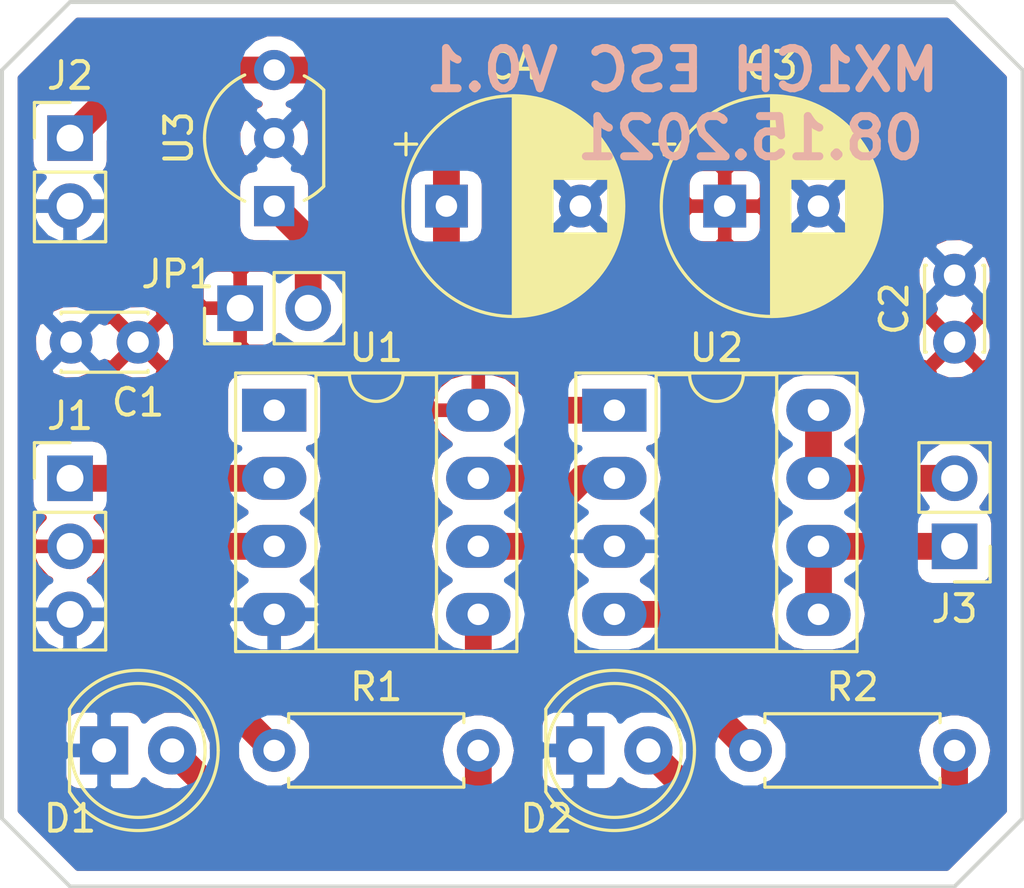
<source format=kicad_pcb>
(kicad_pcb (version 20171130) (host pcbnew 5.0.2-bee76a0~70~ubuntu18.04.1)

  (general
    (thickness 1.6)
    (drawings 11)
    (tracks 43)
    (zones 0)
    (modules 15)
    (nets 15)
  )

  (page A4)
  (layers
    (0 F.Cu signal)
    (31 B.Cu signal)
    (32 B.Adhes user)
    (33 F.Adhes user)
    (34 B.Paste user)
    (35 F.Paste user)
    (36 B.SilkS user)
    (37 F.SilkS user)
    (38 B.Mask user)
    (39 F.Mask user)
    (40 Dwgs.User user)
    (41 Cmts.User user)
    (42 Eco1.User user)
    (43 Eco2.User user)
    (44 Edge.Cuts user)
    (45 Margin user)
    (46 B.CrtYd user)
    (47 F.CrtYd user)
    (48 B.Fab user)
    (49 F.Fab user)
  )

  (setup
    (last_trace_width 1)
    (trace_clearance 0.2)
    (zone_clearance 0.508)
    (zone_45_only no)
    (trace_min 0.2)
    (segment_width 0.2)
    (edge_width 0.15)
    (via_size 0.8)
    (via_drill 0.4)
    (via_min_size 0.4)
    (via_min_drill 0.3)
    (uvia_size 0.3)
    (uvia_drill 0.1)
    (uvias_allowed no)
    (uvia_min_size 0.2)
    (uvia_min_drill 0.1)
    (pcb_text_width 0.3)
    (pcb_text_size 1.5 1.5)
    (mod_edge_width 0.15)
    (mod_text_size 1 1)
    (mod_text_width 0.15)
    (pad_size 1.524 1.524)
    (pad_drill 0.762)
    (pad_to_mask_clearance 0.051)
    (solder_mask_min_width 0.25)
    (aux_axis_origin 0 0)
    (visible_elements FFFFFF7F)
    (pcbplotparams
      (layerselection 0x010fc_ffffffff)
      (usegerberextensions false)
      (usegerberattributes false)
      (usegerberadvancedattributes false)
      (creategerberjobfile false)
      (excludeedgelayer true)
      (linewidth 0.100000)
      (plotframeref false)
      (viasonmask false)
      (mode 1)
      (useauxorigin false)
      (hpglpennumber 1)
      (hpglpenspeed 20)
      (hpglpendiameter 15.000000)
      (psnegative false)
      (psa4output false)
      (plotreference true)
      (plotvalue true)
      (plotinvisibletext false)
      (padsonsilk false)
      (subtractmaskfromsilk false)
      (outputformat 1)
      (mirror false)
      (drillshape 1)
      (scaleselection 1)
      (outputdirectory ""))
  )

  (net 0 "")
  (net 1 "Net-(R1-Pad1)")
  (net 2 "Net-(D1-Pad2)")
  (net 3 "Net-(D2-Pad2)")
  (net 4 "Net-(R2-Pad1)")
  (net 5 GND)
  (net 6 +BATT)
  (net 7 "Net-(U1-Pad1)")
  (net 8 "Net-(J1-Pad1)")
  (net 9 "Net-(U1-Pad6)")
  (net 10 "Net-(U1-Pad7)")
  (net 11 +5V)
  (net 12 "Net-(J3-Pad2)")
  (net 13 "Net-(J3-Pad1)")
  (net 14 "Net-(JP1-Pad2)")

  (net_class Default "This is the default net class."
    (clearance 0.2)
    (trace_width 1)
    (via_dia 0.8)
    (via_drill 0.4)
    (uvia_dia 0.3)
    (uvia_drill 0.1)
    (add_net +5V)
    (add_net +BATT)
    (add_net GND)
    (add_net "Net-(D1-Pad2)")
    (add_net "Net-(D2-Pad2)")
    (add_net "Net-(J1-Pad1)")
    (add_net "Net-(J3-Pad1)")
    (add_net "Net-(J3-Pad2)")
    (add_net "Net-(JP1-Pad2)")
    (add_net "Net-(R1-Pad1)")
    (add_net "Net-(R2-Pad1)")
    (add_net "Net-(U1-Pad1)")
    (add_net "Net-(U1-Pad6)")
    (add_net "Net-(U1-Pad7)")
  )

  (net_class Thin ""
    (clearance 0.2)
    (trace_width 0.5)
    (via_dia 0.8)
    (via_drill 0.4)
    (uvia_dia 0.3)
    (uvia_drill 0.1)
  )

  (module Capacitor_THT:CP_Radial_D8.0mm_P3.50mm (layer F.Cu) (tedit 5AE50EF0) (tstamp 611CECA9)
    (at 72.7 93.98)
    (descr "CP, Radial series, Radial, pin pitch=3.50mm, , diameter=8mm, Electrolytic Capacitor")
    (tags "CP Radial series Radial pin pitch 3.50mm  diameter 8mm Electrolytic Capacitor")
    (path /611953C5)
    (fp_text reference C3 (at 1.75 -5.25) (layer F.SilkS)
      (effects (font (size 1 1) (thickness 0.15)))
    )
    (fp_text value 33 (at 1.75 5.25) (layer F.Fab)
      (effects (font (size 1 1) (thickness 0.15)))
    )
    (fp_circle (center 1.75 0) (end 5.75 0) (layer F.Fab) (width 0.1))
    (fp_circle (center 1.75 0) (end 5.87 0) (layer F.SilkS) (width 0.12))
    (fp_circle (center 1.75 0) (end 6 0) (layer F.CrtYd) (width 0.05))
    (fp_line (start -1.676759 -1.7475) (end -0.876759 -1.7475) (layer F.Fab) (width 0.1))
    (fp_line (start -1.276759 -2.1475) (end -1.276759 -1.3475) (layer F.Fab) (width 0.1))
    (fp_line (start 1.75 -4.08) (end 1.75 4.08) (layer F.SilkS) (width 0.12))
    (fp_line (start 1.79 -4.08) (end 1.79 4.08) (layer F.SilkS) (width 0.12))
    (fp_line (start 1.83 -4.08) (end 1.83 4.08) (layer F.SilkS) (width 0.12))
    (fp_line (start 1.87 -4.079) (end 1.87 4.079) (layer F.SilkS) (width 0.12))
    (fp_line (start 1.91 -4.077) (end 1.91 4.077) (layer F.SilkS) (width 0.12))
    (fp_line (start 1.95 -4.076) (end 1.95 4.076) (layer F.SilkS) (width 0.12))
    (fp_line (start 1.99 -4.074) (end 1.99 4.074) (layer F.SilkS) (width 0.12))
    (fp_line (start 2.03 -4.071) (end 2.03 4.071) (layer F.SilkS) (width 0.12))
    (fp_line (start 2.07 -4.068) (end 2.07 4.068) (layer F.SilkS) (width 0.12))
    (fp_line (start 2.11 -4.065) (end 2.11 4.065) (layer F.SilkS) (width 0.12))
    (fp_line (start 2.15 -4.061) (end 2.15 4.061) (layer F.SilkS) (width 0.12))
    (fp_line (start 2.19 -4.057) (end 2.19 4.057) (layer F.SilkS) (width 0.12))
    (fp_line (start 2.23 -4.052) (end 2.23 4.052) (layer F.SilkS) (width 0.12))
    (fp_line (start 2.27 -4.048) (end 2.27 4.048) (layer F.SilkS) (width 0.12))
    (fp_line (start 2.31 -4.042) (end 2.31 4.042) (layer F.SilkS) (width 0.12))
    (fp_line (start 2.35 -4.037) (end 2.35 4.037) (layer F.SilkS) (width 0.12))
    (fp_line (start 2.39 -4.03) (end 2.39 4.03) (layer F.SilkS) (width 0.12))
    (fp_line (start 2.43 -4.024) (end 2.43 4.024) (layer F.SilkS) (width 0.12))
    (fp_line (start 2.471 -4.017) (end 2.471 -1.04) (layer F.SilkS) (width 0.12))
    (fp_line (start 2.471 1.04) (end 2.471 4.017) (layer F.SilkS) (width 0.12))
    (fp_line (start 2.511 -4.01) (end 2.511 -1.04) (layer F.SilkS) (width 0.12))
    (fp_line (start 2.511 1.04) (end 2.511 4.01) (layer F.SilkS) (width 0.12))
    (fp_line (start 2.551 -4.002) (end 2.551 -1.04) (layer F.SilkS) (width 0.12))
    (fp_line (start 2.551 1.04) (end 2.551 4.002) (layer F.SilkS) (width 0.12))
    (fp_line (start 2.591 -3.994) (end 2.591 -1.04) (layer F.SilkS) (width 0.12))
    (fp_line (start 2.591 1.04) (end 2.591 3.994) (layer F.SilkS) (width 0.12))
    (fp_line (start 2.631 -3.985) (end 2.631 -1.04) (layer F.SilkS) (width 0.12))
    (fp_line (start 2.631 1.04) (end 2.631 3.985) (layer F.SilkS) (width 0.12))
    (fp_line (start 2.671 -3.976) (end 2.671 -1.04) (layer F.SilkS) (width 0.12))
    (fp_line (start 2.671 1.04) (end 2.671 3.976) (layer F.SilkS) (width 0.12))
    (fp_line (start 2.711 -3.967) (end 2.711 -1.04) (layer F.SilkS) (width 0.12))
    (fp_line (start 2.711 1.04) (end 2.711 3.967) (layer F.SilkS) (width 0.12))
    (fp_line (start 2.751 -3.957) (end 2.751 -1.04) (layer F.SilkS) (width 0.12))
    (fp_line (start 2.751 1.04) (end 2.751 3.957) (layer F.SilkS) (width 0.12))
    (fp_line (start 2.791 -3.947) (end 2.791 -1.04) (layer F.SilkS) (width 0.12))
    (fp_line (start 2.791 1.04) (end 2.791 3.947) (layer F.SilkS) (width 0.12))
    (fp_line (start 2.831 -3.936) (end 2.831 -1.04) (layer F.SilkS) (width 0.12))
    (fp_line (start 2.831 1.04) (end 2.831 3.936) (layer F.SilkS) (width 0.12))
    (fp_line (start 2.871 -3.925) (end 2.871 -1.04) (layer F.SilkS) (width 0.12))
    (fp_line (start 2.871 1.04) (end 2.871 3.925) (layer F.SilkS) (width 0.12))
    (fp_line (start 2.911 -3.914) (end 2.911 -1.04) (layer F.SilkS) (width 0.12))
    (fp_line (start 2.911 1.04) (end 2.911 3.914) (layer F.SilkS) (width 0.12))
    (fp_line (start 2.951 -3.902) (end 2.951 -1.04) (layer F.SilkS) (width 0.12))
    (fp_line (start 2.951 1.04) (end 2.951 3.902) (layer F.SilkS) (width 0.12))
    (fp_line (start 2.991 -3.889) (end 2.991 -1.04) (layer F.SilkS) (width 0.12))
    (fp_line (start 2.991 1.04) (end 2.991 3.889) (layer F.SilkS) (width 0.12))
    (fp_line (start 3.031 -3.877) (end 3.031 -1.04) (layer F.SilkS) (width 0.12))
    (fp_line (start 3.031 1.04) (end 3.031 3.877) (layer F.SilkS) (width 0.12))
    (fp_line (start 3.071 -3.863) (end 3.071 -1.04) (layer F.SilkS) (width 0.12))
    (fp_line (start 3.071 1.04) (end 3.071 3.863) (layer F.SilkS) (width 0.12))
    (fp_line (start 3.111 -3.85) (end 3.111 -1.04) (layer F.SilkS) (width 0.12))
    (fp_line (start 3.111 1.04) (end 3.111 3.85) (layer F.SilkS) (width 0.12))
    (fp_line (start 3.151 -3.835) (end 3.151 -1.04) (layer F.SilkS) (width 0.12))
    (fp_line (start 3.151 1.04) (end 3.151 3.835) (layer F.SilkS) (width 0.12))
    (fp_line (start 3.191 -3.821) (end 3.191 -1.04) (layer F.SilkS) (width 0.12))
    (fp_line (start 3.191 1.04) (end 3.191 3.821) (layer F.SilkS) (width 0.12))
    (fp_line (start 3.231 -3.805) (end 3.231 -1.04) (layer F.SilkS) (width 0.12))
    (fp_line (start 3.231 1.04) (end 3.231 3.805) (layer F.SilkS) (width 0.12))
    (fp_line (start 3.271 -3.79) (end 3.271 -1.04) (layer F.SilkS) (width 0.12))
    (fp_line (start 3.271 1.04) (end 3.271 3.79) (layer F.SilkS) (width 0.12))
    (fp_line (start 3.311 -3.774) (end 3.311 -1.04) (layer F.SilkS) (width 0.12))
    (fp_line (start 3.311 1.04) (end 3.311 3.774) (layer F.SilkS) (width 0.12))
    (fp_line (start 3.351 -3.757) (end 3.351 -1.04) (layer F.SilkS) (width 0.12))
    (fp_line (start 3.351 1.04) (end 3.351 3.757) (layer F.SilkS) (width 0.12))
    (fp_line (start 3.391 -3.74) (end 3.391 -1.04) (layer F.SilkS) (width 0.12))
    (fp_line (start 3.391 1.04) (end 3.391 3.74) (layer F.SilkS) (width 0.12))
    (fp_line (start 3.431 -3.722) (end 3.431 -1.04) (layer F.SilkS) (width 0.12))
    (fp_line (start 3.431 1.04) (end 3.431 3.722) (layer F.SilkS) (width 0.12))
    (fp_line (start 3.471 -3.704) (end 3.471 -1.04) (layer F.SilkS) (width 0.12))
    (fp_line (start 3.471 1.04) (end 3.471 3.704) (layer F.SilkS) (width 0.12))
    (fp_line (start 3.511 -3.686) (end 3.511 -1.04) (layer F.SilkS) (width 0.12))
    (fp_line (start 3.511 1.04) (end 3.511 3.686) (layer F.SilkS) (width 0.12))
    (fp_line (start 3.551 -3.666) (end 3.551 -1.04) (layer F.SilkS) (width 0.12))
    (fp_line (start 3.551 1.04) (end 3.551 3.666) (layer F.SilkS) (width 0.12))
    (fp_line (start 3.591 -3.647) (end 3.591 -1.04) (layer F.SilkS) (width 0.12))
    (fp_line (start 3.591 1.04) (end 3.591 3.647) (layer F.SilkS) (width 0.12))
    (fp_line (start 3.631 -3.627) (end 3.631 -1.04) (layer F.SilkS) (width 0.12))
    (fp_line (start 3.631 1.04) (end 3.631 3.627) (layer F.SilkS) (width 0.12))
    (fp_line (start 3.671 -3.606) (end 3.671 -1.04) (layer F.SilkS) (width 0.12))
    (fp_line (start 3.671 1.04) (end 3.671 3.606) (layer F.SilkS) (width 0.12))
    (fp_line (start 3.711 -3.584) (end 3.711 -1.04) (layer F.SilkS) (width 0.12))
    (fp_line (start 3.711 1.04) (end 3.711 3.584) (layer F.SilkS) (width 0.12))
    (fp_line (start 3.751 -3.562) (end 3.751 -1.04) (layer F.SilkS) (width 0.12))
    (fp_line (start 3.751 1.04) (end 3.751 3.562) (layer F.SilkS) (width 0.12))
    (fp_line (start 3.791 -3.54) (end 3.791 -1.04) (layer F.SilkS) (width 0.12))
    (fp_line (start 3.791 1.04) (end 3.791 3.54) (layer F.SilkS) (width 0.12))
    (fp_line (start 3.831 -3.517) (end 3.831 -1.04) (layer F.SilkS) (width 0.12))
    (fp_line (start 3.831 1.04) (end 3.831 3.517) (layer F.SilkS) (width 0.12))
    (fp_line (start 3.871 -3.493) (end 3.871 -1.04) (layer F.SilkS) (width 0.12))
    (fp_line (start 3.871 1.04) (end 3.871 3.493) (layer F.SilkS) (width 0.12))
    (fp_line (start 3.911 -3.469) (end 3.911 -1.04) (layer F.SilkS) (width 0.12))
    (fp_line (start 3.911 1.04) (end 3.911 3.469) (layer F.SilkS) (width 0.12))
    (fp_line (start 3.951 -3.444) (end 3.951 -1.04) (layer F.SilkS) (width 0.12))
    (fp_line (start 3.951 1.04) (end 3.951 3.444) (layer F.SilkS) (width 0.12))
    (fp_line (start 3.991 -3.418) (end 3.991 -1.04) (layer F.SilkS) (width 0.12))
    (fp_line (start 3.991 1.04) (end 3.991 3.418) (layer F.SilkS) (width 0.12))
    (fp_line (start 4.031 -3.392) (end 4.031 -1.04) (layer F.SilkS) (width 0.12))
    (fp_line (start 4.031 1.04) (end 4.031 3.392) (layer F.SilkS) (width 0.12))
    (fp_line (start 4.071 -3.365) (end 4.071 -1.04) (layer F.SilkS) (width 0.12))
    (fp_line (start 4.071 1.04) (end 4.071 3.365) (layer F.SilkS) (width 0.12))
    (fp_line (start 4.111 -3.338) (end 4.111 -1.04) (layer F.SilkS) (width 0.12))
    (fp_line (start 4.111 1.04) (end 4.111 3.338) (layer F.SilkS) (width 0.12))
    (fp_line (start 4.151 -3.309) (end 4.151 -1.04) (layer F.SilkS) (width 0.12))
    (fp_line (start 4.151 1.04) (end 4.151 3.309) (layer F.SilkS) (width 0.12))
    (fp_line (start 4.191 -3.28) (end 4.191 -1.04) (layer F.SilkS) (width 0.12))
    (fp_line (start 4.191 1.04) (end 4.191 3.28) (layer F.SilkS) (width 0.12))
    (fp_line (start 4.231 -3.25) (end 4.231 -1.04) (layer F.SilkS) (width 0.12))
    (fp_line (start 4.231 1.04) (end 4.231 3.25) (layer F.SilkS) (width 0.12))
    (fp_line (start 4.271 -3.22) (end 4.271 -1.04) (layer F.SilkS) (width 0.12))
    (fp_line (start 4.271 1.04) (end 4.271 3.22) (layer F.SilkS) (width 0.12))
    (fp_line (start 4.311 -3.189) (end 4.311 -1.04) (layer F.SilkS) (width 0.12))
    (fp_line (start 4.311 1.04) (end 4.311 3.189) (layer F.SilkS) (width 0.12))
    (fp_line (start 4.351 -3.156) (end 4.351 -1.04) (layer F.SilkS) (width 0.12))
    (fp_line (start 4.351 1.04) (end 4.351 3.156) (layer F.SilkS) (width 0.12))
    (fp_line (start 4.391 -3.124) (end 4.391 -1.04) (layer F.SilkS) (width 0.12))
    (fp_line (start 4.391 1.04) (end 4.391 3.124) (layer F.SilkS) (width 0.12))
    (fp_line (start 4.431 -3.09) (end 4.431 -1.04) (layer F.SilkS) (width 0.12))
    (fp_line (start 4.431 1.04) (end 4.431 3.09) (layer F.SilkS) (width 0.12))
    (fp_line (start 4.471 -3.055) (end 4.471 -1.04) (layer F.SilkS) (width 0.12))
    (fp_line (start 4.471 1.04) (end 4.471 3.055) (layer F.SilkS) (width 0.12))
    (fp_line (start 4.511 -3.019) (end 4.511 -1.04) (layer F.SilkS) (width 0.12))
    (fp_line (start 4.511 1.04) (end 4.511 3.019) (layer F.SilkS) (width 0.12))
    (fp_line (start 4.551 -2.983) (end 4.551 2.983) (layer F.SilkS) (width 0.12))
    (fp_line (start 4.591 -2.945) (end 4.591 2.945) (layer F.SilkS) (width 0.12))
    (fp_line (start 4.631 -2.907) (end 4.631 2.907) (layer F.SilkS) (width 0.12))
    (fp_line (start 4.671 -2.867) (end 4.671 2.867) (layer F.SilkS) (width 0.12))
    (fp_line (start 4.711 -2.826) (end 4.711 2.826) (layer F.SilkS) (width 0.12))
    (fp_line (start 4.751 -2.784) (end 4.751 2.784) (layer F.SilkS) (width 0.12))
    (fp_line (start 4.791 -2.741) (end 4.791 2.741) (layer F.SilkS) (width 0.12))
    (fp_line (start 4.831 -2.697) (end 4.831 2.697) (layer F.SilkS) (width 0.12))
    (fp_line (start 4.871 -2.651) (end 4.871 2.651) (layer F.SilkS) (width 0.12))
    (fp_line (start 4.911 -2.604) (end 4.911 2.604) (layer F.SilkS) (width 0.12))
    (fp_line (start 4.951 -2.556) (end 4.951 2.556) (layer F.SilkS) (width 0.12))
    (fp_line (start 4.991 -2.505) (end 4.991 2.505) (layer F.SilkS) (width 0.12))
    (fp_line (start 5.031 -2.454) (end 5.031 2.454) (layer F.SilkS) (width 0.12))
    (fp_line (start 5.071 -2.4) (end 5.071 2.4) (layer F.SilkS) (width 0.12))
    (fp_line (start 5.111 -2.345) (end 5.111 2.345) (layer F.SilkS) (width 0.12))
    (fp_line (start 5.151 -2.287) (end 5.151 2.287) (layer F.SilkS) (width 0.12))
    (fp_line (start 5.191 -2.228) (end 5.191 2.228) (layer F.SilkS) (width 0.12))
    (fp_line (start 5.231 -2.166) (end 5.231 2.166) (layer F.SilkS) (width 0.12))
    (fp_line (start 5.271 -2.102) (end 5.271 2.102) (layer F.SilkS) (width 0.12))
    (fp_line (start 5.311 -2.034) (end 5.311 2.034) (layer F.SilkS) (width 0.12))
    (fp_line (start 5.351 -1.964) (end 5.351 1.964) (layer F.SilkS) (width 0.12))
    (fp_line (start 5.391 -1.89) (end 5.391 1.89) (layer F.SilkS) (width 0.12))
    (fp_line (start 5.431 -1.813) (end 5.431 1.813) (layer F.SilkS) (width 0.12))
    (fp_line (start 5.471 -1.731) (end 5.471 1.731) (layer F.SilkS) (width 0.12))
    (fp_line (start 5.511 -1.645) (end 5.511 1.645) (layer F.SilkS) (width 0.12))
    (fp_line (start 5.551 -1.552) (end 5.551 1.552) (layer F.SilkS) (width 0.12))
    (fp_line (start 5.591 -1.453) (end 5.591 1.453) (layer F.SilkS) (width 0.12))
    (fp_line (start 5.631 -1.346) (end 5.631 1.346) (layer F.SilkS) (width 0.12))
    (fp_line (start 5.671 -1.229) (end 5.671 1.229) (layer F.SilkS) (width 0.12))
    (fp_line (start 5.711 -1.098) (end 5.711 1.098) (layer F.SilkS) (width 0.12))
    (fp_line (start 5.751 -0.948) (end 5.751 0.948) (layer F.SilkS) (width 0.12))
    (fp_line (start 5.791 -0.768) (end 5.791 0.768) (layer F.SilkS) (width 0.12))
    (fp_line (start 5.831 -0.533) (end 5.831 0.533) (layer F.SilkS) (width 0.12))
    (fp_line (start -2.659698 -2.315) (end -1.859698 -2.315) (layer F.SilkS) (width 0.12))
    (fp_line (start -2.259698 -2.715) (end -2.259698 -1.915) (layer F.SilkS) (width 0.12))
    (fp_text user %R (at 1.75 0) (layer F.Fab)
      (effects (font (size 1 1) (thickness 0.15)))
    )
    (pad 1 thru_hole rect (at 0 0) (size 1.6 1.6) (drill 0.8) (layers *.Cu *.Mask)
      (net 11 +5V))
    (pad 2 thru_hole circle (at 3.5 0) (size 1.6 1.6) (drill 0.8) (layers *.Cu *.Mask)
      (net 5 GND))
    (model ${KISYS3DMOD}/Capacitor_THT.3dshapes/CP_Radial_D8.0mm_P3.50mm.wrl
      (at (xyz 0 0 0))
      (scale (xyz 1 1 1))
      (rotate (xyz 0 0 0))
    )
  )

  (module Capacitor_THT:CP_Radial_D8.0mm_P5.00mm (layer F.Cu) (tedit 5AE50EF0) (tstamp 611CEC00)
    (at 62.31 93.98)
    (descr "CP, Radial series, Radial, pin pitch=5.00mm, , diameter=8mm, Electrolytic Capacitor")
    (tags "CP Radial series Radial pin pitch 5.00mm  diameter 8mm Electrolytic Capacitor")
    (path /611A9B32)
    (fp_text reference C4 (at 2.5 -5.25) (layer F.SilkS)
      (effects (font (size 1 1) (thickness 0.15)))
    )
    (fp_text value 470 (at 2.5 5.25) (layer F.Fab)
      (effects (font (size 1 1) (thickness 0.15)))
    )
    (fp_circle (center 2.5 0) (end 6.5 0) (layer F.Fab) (width 0.1))
    (fp_circle (center 2.5 0) (end 6.62 0) (layer F.SilkS) (width 0.12))
    (fp_circle (center 2.5 0) (end 6.75 0) (layer F.CrtYd) (width 0.05))
    (fp_line (start -0.926759 -1.7475) (end -0.126759 -1.7475) (layer F.Fab) (width 0.1))
    (fp_line (start -0.526759 -2.1475) (end -0.526759 -1.3475) (layer F.Fab) (width 0.1))
    (fp_line (start 2.5 -4.08) (end 2.5 4.08) (layer F.SilkS) (width 0.12))
    (fp_line (start 2.54 -4.08) (end 2.54 4.08) (layer F.SilkS) (width 0.12))
    (fp_line (start 2.58 -4.08) (end 2.58 4.08) (layer F.SilkS) (width 0.12))
    (fp_line (start 2.62 -4.079) (end 2.62 4.079) (layer F.SilkS) (width 0.12))
    (fp_line (start 2.66 -4.077) (end 2.66 4.077) (layer F.SilkS) (width 0.12))
    (fp_line (start 2.7 -4.076) (end 2.7 4.076) (layer F.SilkS) (width 0.12))
    (fp_line (start 2.74 -4.074) (end 2.74 4.074) (layer F.SilkS) (width 0.12))
    (fp_line (start 2.78 -4.071) (end 2.78 4.071) (layer F.SilkS) (width 0.12))
    (fp_line (start 2.82 -4.068) (end 2.82 4.068) (layer F.SilkS) (width 0.12))
    (fp_line (start 2.86 -4.065) (end 2.86 4.065) (layer F.SilkS) (width 0.12))
    (fp_line (start 2.9 -4.061) (end 2.9 4.061) (layer F.SilkS) (width 0.12))
    (fp_line (start 2.94 -4.057) (end 2.94 4.057) (layer F.SilkS) (width 0.12))
    (fp_line (start 2.98 -4.052) (end 2.98 4.052) (layer F.SilkS) (width 0.12))
    (fp_line (start 3.02 -4.048) (end 3.02 4.048) (layer F.SilkS) (width 0.12))
    (fp_line (start 3.06 -4.042) (end 3.06 4.042) (layer F.SilkS) (width 0.12))
    (fp_line (start 3.1 -4.037) (end 3.1 4.037) (layer F.SilkS) (width 0.12))
    (fp_line (start 3.14 -4.03) (end 3.14 4.03) (layer F.SilkS) (width 0.12))
    (fp_line (start 3.18 -4.024) (end 3.18 4.024) (layer F.SilkS) (width 0.12))
    (fp_line (start 3.221 -4.017) (end 3.221 4.017) (layer F.SilkS) (width 0.12))
    (fp_line (start 3.261 -4.01) (end 3.261 4.01) (layer F.SilkS) (width 0.12))
    (fp_line (start 3.301 -4.002) (end 3.301 4.002) (layer F.SilkS) (width 0.12))
    (fp_line (start 3.341 -3.994) (end 3.341 3.994) (layer F.SilkS) (width 0.12))
    (fp_line (start 3.381 -3.985) (end 3.381 3.985) (layer F.SilkS) (width 0.12))
    (fp_line (start 3.421 -3.976) (end 3.421 3.976) (layer F.SilkS) (width 0.12))
    (fp_line (start 3.461 -3.967) (end 3.461 3.967) (layer F.SilkS) (width 0.12))
    (fp_line (start 3.501 -3.957) (end 3.501 3.957) (layer F.SilkS) (width 0.12))
    (fp_line (start 3.541 -3.947) (end 3.541 3.947) (layer F.SilkS) (width 0.12))
    (fp_line (start 3.581 -3.936) (end 3.581 3.936) (layer F.SilkS) (width 0.12))
    (fp_line (start 3.621 -3.925) (end 3.621 3.925) (layer F.SilkS) (width 0.12))
    (fp_line (start 3.661 -3.914) (end 3.661 3.914) (layer F.SilkS) (width 0.12))
    (fp_line (start 3.701 -3.902) (end 3.701 3.902) (layer F.SilkS) (width 0.12))
    (fp_line (start 3.741 -3.889) (end 3.741 3.889) (layer F.SilkS) (width 0.12))
    (fp_line (start 3.781 -3.877) (end 3.781 3.877) (layer F.SilkS) (width 0.12))
    (fp_line (start 3.821 -3.863) (end 3.821 3.863) (layer F.SilkS) (width 0.12))
    (fp_line (start 3.861 -3.85) (end 3.861 3.85) (layer F.SilkS) (width 0.12))
    (fp_line (start 3.901 -3.835) (end 3.901 3.835) (layer F.SilkS) (width 0.12))
    (fp_line (start 3.941 -3.821) (end 3.941 3.821) (layer F.SilkS) (width 0.12))
    (fp_line (start 3.981 -3.805) (end 3.981 -1.04) (layer F.SilkS) (width 0.12))
    (fp_line (start 3.981 1.04) (end 3.981 3.805) (layer F.SilkS) (width 0.12))
    (fp_line (start 4.021 -3.79) (end 4.021 -1.04) (layer F.SilkS) (width 0.12))
    (fp_line (start 4.021 1.04) (end 4.021 3.79) (layer F.SilkS) (width 0.12))
    (fp_line (start 4.061 -3.774) (end 4.061 -1.04) (layer F.SilkS) (width 0.12))
    (fp_line (start 4.061 1.04) (end 4.061 3.774) (layer F.SilkS) (width 0.12))
    (fp_line (start 4.101 -3.757) (end 4.101 -1.04) (layer F.SilkS) (width 0.12))
    (fp_line (start 4.101 1.04) (end 4.101 3.757) (layer F.SilkS) (width 0.12))
    (fp_line (start 4.141 -3.74) (end 4.141 -1.04) (layer F.SilkS) (width 0.12))
    (fp_line (start 4.141 1.04) (end 4.141 3.74) (layer F.SilkS) (width 0.12))
    (fp_line (start 4.181 -3.722) (end 4.181 -1.04) (layer F.SilkS) (width 0.12))
    (fp_line (start 4.181 1.04) (end 4.181 3.722) (layer F.SilkS) (width 0.12))
    (fp_line (start 4.221 -3.704) (end 4.221 -1.04) (layer F.SilkS) (width 0.12))
    (fp_line (start 4.221 1.04) (end 4.221 3.704) (layer F.SilkS) (width 0.12))
    (fp_line (start 4.261 -3.686) (end 4.261 -1.04) (layer F.SilkS) (width 0.12))
    (fp_line (start 4.261 1.04) (end 4.261 3.686) (layer F.SilkS) (width 0.12))
    (fp_line (start 4.301 -3.666) (end 4.301 -1.04) (layer F.SilkS) (width 0.12))
    (fp_line (start 4.301 1.04) (end 4.301 3.666) (layer F.SilkS) (width 0.12))
    (fp_line (start 4.341 -3.647) (end 4.341 -1.04) (layer F.SilkS) (width 0.12))
    (fp_line (start 4.341 1.04) (end 4.341 3.647) (layer F.SilkS) (width 0.12))
    (fp_line (start 4.381 -3.627) (end 4.381 -1.04) (layer F.SilkS) (width 0.12))
    (fp_line (start 4.381 1.04) (end 4.381 3.627) (layer F.SilkS) (width 0.12))
    (fp_line (start 4.421 -3.606) (end 4.421 -1.04) (layer F.SilkS) (width 0.12))
    (fp_line (start 4.421 1.04) (end 4.421 3.606) (layer F.SilkS) (width 0.12))
    (fp_line (start 4.461 -3.584) (end 4.461 -1.04) (layer F.SilkS) (width 0.12))
    (fp_line (start 4.461 1.04) (end 4.461 3.584) (layer F.SilkS) (width 0.12))
    (fp_line (start 4.501 -3.562) (end 4.501 -1.04) (layer F.SilkS) (width 0.12))
    (fp_line (start 4.501 1.04) (end 4.501 3.562) (layer F.SilkS) (width 0.12))
    (fp_line (start 4.541 -3.54) (end 4.541 -1.04) (layer F.SilkS) (width 0.12))
    (fp_line (start 4.541 1.04) (end 4.541 3.54) (layer F.SilkS) (width 0.12))
    (fp_line (start 4.581 -3.517) (end 4.581 -1.04) (layer F.SilkS) (width 0.12))
    (fp_line (start 4.581 1.04) (end 4.581 3.517) (layer F.SilkS) (width 0.12))
    (fp_line (start 4.621 -3.493) (end 4.621 -1.04) (layer F.SilkS) (width 0.12))
    (fp_line (start 4.621 1.04) (end 4.621 3.493) (layer F.SilkS) (width 0.12))
    (fp_line (start 4.661 -3.469) (end 4.661 -1.04) (layer F.SilkS) (width 0.12))
    (fp_line (start 4.661 1.04) (end 4.661 3.469) (layer F.SilkS) (width 0.12))
    (fp_line (start 4.701 -3.444) (end 4.701 -1.04) (layer F.SilkS) (width 0.12))
    (fp_line (start 4.701 1.04) (end 4.701 3.444) (layer F.SilkS) (width 0.12))
    (fp_line (start 4.741 -3.418) (end 4.741 -1.04) (layer F.SilkS) (width 0.12))
    (fp_line (start 4.741 1.04) (end 4.741 3.418) (layer F.SilkS) (width 0.12))
    (fp_line (start 4.781 -3.392) (end 4.781 -1.04) (layer F.SilkS) (width 0.12))
    (fp_line (start 4.781 1.04) (end 4.781 3.392) (layer F.SilkS) (width 0.12))
    (fp_line (start 4.821 -3.365) (end 4.821 -1.04) (layer F.SilkS) (width 0.12))
    (fp_line (start 4.821 1.04) (end 4.821 3.365) (layer F.SilkS) (width 0.12))
    (fp_line (start 4.861 -3.338) (end 4.861 -1.04) (layer F.SilkS) (width 0.12))
    (fp_line (start 4.861 1.04) (end 4.861 3.338) (layer F.SilkS) (width 0.12))
    (fp_line (start 4.901 -3.309) (end 4.901 -1.04) (layer F.SilkS) (width 0.12))
    (fp_line (start 4.901 1.04) (end 4.901 3.309) (layer F.SilkS) (width 0.12))
    (fp_line (start 4.941 -3.28) (end 4.941 -1.04) (layer F.SilkS) (width 0.12))
    (fp_line (start 4.941 1.04) (end 4.941 3.28) (layer F.SilkS) (width 0.12))
    (fp_line (start 4.981 -3.25) (end 4.981 -1.04) (layer F.SilkS) (width 0.12))
    (fp_line (start 4.981 1.04) (end 4.981 3.25) (layer F.SilkS) (width 0.12))
    (fp_line (start 5.021 -3.22) (end 5.021 -1.04) (layer F.SilkS) (width 0.12))
    (fp_line (start 5.021 1.04) (end 5.021 3.22) (layer F.SilkS) (width 0.12))
    (fp_line (start 5.061 -3.189) (end 5.061 -1.04) (layer F.SilkS) (width 0.12))
    (fp_line (start 5.061 1.04) (end 5.061 3.189) (layer F.SilkS) (width 0.12))
    (fp_line (start 5.101 -3.156) (end 5.101 -1.04) (layer F.SilkS) (width 0.12))
    (fp_line (start 5.101 1.04) (end 5.101 3.156) (layer F.SilkS) (width 0.12))
    (fp_line (start 5.141 -3.124) (end 5.141 -1.04) (layer F.SilkS) (width 0.12))
    (fp_line (start 5.141 1.04) (end 5.141 3.124) (layer F.SilkS) (width 0.12))
    (fp_line (start 5.181 -3.09) (end 5.181 -1.04) (layer F.SilkS) (width 0.12))
    (fp_line (start 5.181 1.04) (end 5.181 3.09) (layer F.SilkS) (width 0.12))
    (fp_line (start 5.221 -3.055) (end 5.221 -1.04) (layer F.SilkS) (width 0.12))
    (fp_line (start 5.221 1.04) (end 5.221 3.055) (layer F.SilkS) (width 0.12))
    (fp_line (start 5.261 -3.019) (end 5.261 -1.04) (layer F.SilkS) (width 0.12))
    (fp_line (start 5.261 1.04) (end 5.261 3.019) (layer F.SilkS) (width 0.12))
    (fp_line (start 5.301 -2.983) (end 5.301 -1.04) (layer F.SilkS) (width 0.12))
    (fp_line (start 5.301 1.04) (end 5.301 2.983) (layer F.SilkS) (width 0.12))
    (fp_line (start 5.341 -2.945) (end 5.341 -1.04) (layer F.SilkS) (width 0.12))
    (fp_line (start 5.341 1.04) (end 5.341 2.945) (layer F.SilkS) (width 0.12))
    (fp_line (start 5.381 -2.907) (end 5.381 -1.04) (layer F.SilkS) (width 0.12))
    (fp_line (start 5.381 1.04) (end 5.381 2.907) (layer F.SilkS) (width 0.12))
    (fp_line (start 5.421 -2.867) (end 5.421 -1.04) (layer F.SilkS) (width 0.12))
    (fp_line (start 5.421 1.04) (end 5.421 2.867) (layer F.SilkS) (width 0.12))
    (fp_line (start 5.461 -2.826) (end 5.461 -1.04) (layer F.SilkS) (width 0.12))
    (fp_line (start 5.461 1.04) (end 5.461 2.826) (layer F.SilkS) (width 0.12))
    (fp_line (start 5.501 -2.784) (end 5.501 -1.04) (layer F.SilkS) (width 0.12))
    (fp_line (start 5.501 1.04) (end 5.501 2.784) (layer F.SilkS) (width 0.12))
    (fp_line (start 5.541 -2.741) (end 5.541 -1.04) (layer F.SilkS) (width 0.12))
    (fp_line (start 5.541 1.04) (end 5.541 2.741) (layer F.SilkS) (width 0.12))
    (fp_line (start 5.581 -2.697) (end 5.581 -1.04) (layer F.SilkS) (width 0.12))
    (fp_line (start 5.581 1.04) (end 5.581 2.697) (layer F.SilkS) (width 0.12))
    (fp_line (start 5.621 -2.651) (end 5.621 -1.04) (layer F.SilkS) (width 0.12))
    (fp_line (start 5.621 1.04) (end 5.621 2.651) (layer F.SilkS) (width 0.12))
    (fp_line (start 5.661 -2.604) (end 5.661 -1.04) (layer F.SilkS) (width 0.12))
    (fp_line (start 5.661 1.04) (end 5.661 2.604) (layer F.SilkS) (width 0.12))
    (fp_line (start 5.701 -2.556) (end 5.701 -1.04) (layer F.SilkS) (width 0.12))
    (fp_line (start 5.701 1.04) (end 5.701 2.556) (layer F.SilkS) (width 0.12))
    (fp_line (start 5.741 -2.505) (end 5.741 -1.04) (layer F.SilkS) (width 0.12))
    (fp_line (start 5.741 1.04) (end 5.741 2.505) (layer F.SilkS) (width 0.12))
    (fp_line (start 5.781 -2.454) (end 5.781 -1.04) (layer F.SilkS) (width 0.12))
    (fp_line (start 5.781 1.04) (end 5.781 2.454) (layer F.SilkS) (width 0.12))
    (fp_line (start 5.821 -2.4) (end 5.821 -1.04) (layer F.SilkS) (width 0.12))
    (fp_line (start 5.821 1.04) (end 5.821 2.4) (layer F.SilkS) (width 0.12))
    (fp_line (start 5.861 -2.345) (end 5.861 -1.04) (layer F.SilkS) (width 0.12))
    (fp_line (start 5.861 1.04) (end 5.861 2.345) (layer F.SilkS) (width 0.12))
    (fp_line (start 5.901 -2.287) (end 5.901 -1.04) (layer F.SilkS) (width 0.12))
    (fp_line (start 5.901 1.04) (end 5.901 2.287) (layer F.SilkS) (width 0.12))
    (fp_line (start 5.941 -2.228) (end 5.941 -1.04) (layer F.SilkS) (width 0.12))
    (fp_line (start 5.941 1.04) (end 5.941 2.228) (layer F.SilkS) (width 0.12))
    (fp_line (start 5.981 -2.166) (end 5.981 -1.04) (layer F.SilkS) (width 0.12))
    (fp_line (start 5.981 1.04) (end 5.981 2.166) (layer F.SilkS) (width 0.12))
    (fp_line (start 6.021 -2.102) (end 6.021 -1.04) (layer F.SilkS) (width 0.12))
    (fp_line (start 6.021 1.04) (end 6.021 2.102) (layer F.SilkS) (width 0.12))
    (fp_line (start 6.061 -2.034) (end 6.061 2.034) (layer F.SilkS) (width 0.12))
    (fp_line (start 6.101 -1.964) (end 6.101 1.964) (layer F.SilkS) (width 0.12))
    (fp_line (start 6.141 -1.89) (end 6.141 1.89) (layer F.SilkS) (width 0.12))
    (fp_line (start 6.181 -1.813) (end 6.181 1.813) (layer F.SilkS) (width 0.12))
    (fp_line (start 6.221 -1.731) (end 6.221 1.731) (layer F.SilkS) (width 0.12))
    (fp_line (start 6.261 -1.645) (end 6.261 1.645) (layer F.SilkS) (width 0.12))
    (fp_line (start 6.301 -1.552) (end 6.301 1.552) (layer F.SilkS) (width 0.12))
    (fp_line (start 6.341 -1.453) (end 6.341 1.453) (layer F.SilkS) (width 0.12))
    (fp_line (start 6.381 -1.346) (end 6.381 1.346) (layer F.SilkS) (width 0.12))
    (fp_line (start 6.421 -1.229) (end 6.421 1.229) (layer F.SilkS) (width 0.12))
    (fp_line (start 6.461 -1.098) (end 6.461 1.098) (layer F.SilkS) (width 0.12))
    (fp_line (start 6.501 -0.948) (end 6.501 0.948) (layer F.SilkS) (width 0.12))
    (fp_line (start 6.541 -0.768) (end 6.541 0.768) (layer F.SilkS) (width 0.12))
    (fp_line (start 6.581 -0.533) (end 6.581 0.533) (layer F.SilkS) (width 0.12))
    (fp_line (start -1.909698 -2.315) (end -1.109698 -2.315) (layer F.SilkS) (width 0.12))
    (fp_line (start -1.509698 -2.715) (end -1.509698 -1.915) (layer F.SilkS) (width 0.12))
    (fp_text user %R (at 2.5 0) (layer F.Fab)
      (effects (font (size 1 1) (thickness 0.15)))
    )
    (pad 1 thru_hole rect (at 0 0) (size 1.6 1.6) (drill 0.8) (layers *.Cu *.Mask)
      (net 6 +BATT))
    (pad 2 thru_hole circle (at 5 0) (size 1.6 1.6) (drill 0.8) (layers *.Cu *.Mask)
      (net 5 GND))
    (model ${KISYS3DMOD}/Capacitor_THT.3dshapes/CP_Radial_D8.0mm_P5.00mm.wrl
      (at (xyz 0 0 0))
      (scale (xyz 1 1 1))
      (rotate (xyz 0 0 0))
    )
  )

  (module Capacitor_THT:C_Disc_D3.0mm_W2.0mm_P2.50mm (layer F.Cu) (tedit 5AE50EF0) (tstamp 611CF665)
    (at 81.28 99.06 90)
    (descr "C, Disc series, Radial, pin pitch=2.50mm, , diameter*width=3*2mm^2, Capacitor")
    (tags "C Disc series Radial pin pitch 2.50mm  diameter 3mm width 2mm Capacitor")
    (path /6119595C)
    (fp_text reference C2 (at 1.25 -2.25 90) (layer F.SilkS)
      (effects (font (size 1 1) (thickness 0.15)))
    )
    (fp_text value 0.1 (at 5.08 0 180) (layer F.Fab)
      (effects (font (size 1 1) (thickness 0.15)))
    )
    (fp_text user %R (at 1.25 0 90) (layer F.Fab)
      (effects (font (size 0.6 0.6) (thickness 0.09)))
    )
    (fp_line (start 3.55 -1.25) (end -1.05 -1.25) (layer F.CrtYd) (width 0.05))
    (fp_line (start 3.55 1.25) (end 3.55 -1.25) (layer F.CrtYd) (width 0.05))
    (fp_line (start -1.05 1.25) (end 3.55 1.25) (layer F.CrtYd) (width 0.05))
    (fp_line (start -1.05 -1.25) (end -1.05 1.25) (layer F.CrtYd) (width 0.05))
    (fp_line (start 2.87 1.055) (end 2.87 1.12) (layer F.SilkS) (width 0.12))
    (fp_line (start 2.87 -1.12) (end 2.87 -1.055) (layer F.SilkS) (width 0.12))
    (fp_line (start -0.37 1.055) (end -0.37 1.12) (layer F.SilkS) (width 0.12))
    (fp_line (start -0.37 -1.12) (end -0.37 -1.055) (layer F.SilkS) (width 0.12))
    (fp_line (start -0.37 1.12) (end 2.87 1.12) (layer F.SilkS) (width 0.12))
    (fp_line (start -0.37 -1.12) (end 2.87 -1.12) (layer F.SilkS) (width 0.12))
    (fp_line (start 2.75 -1) (end -0.25 -1) (layer F.Fab) (width 0.1))
    (fp_line (start 2.75 1) (end 2.75 -1) (layer F.Fab) (width 0.1))
    (fp_line (start -0.25 1) (end 2.75 1) (layer F.Fab) (width 0.1))
    (fp_line (start -0.25 -1) (end -0.25 1) (layer F.Fab) (width 0.1))
    (pad 2 thru_hole circle (at 2.5 0 90) (size 1.6 1.6) (drill 0.8) (layers *.Cu *.Mask)
      (net 5 GND))
    (pad 1 thru_hole circle (at 0 0 90) (size 1.6 1.6) (drill 0.8) (layers *.Cu *.Mask)
      (net 11 +5V))
    (model ${KISYS3DMOD}/Capacitor_THT.3dshapes/C_Disc_D3.0mm_W2.0mm_P2.50mm.wrl
      (at (xyz 0 0 0))
      (scale (xyz 1 1 1))
      (rotate (xyz 0 0 0))
    )
  )

  (module Capacitor_THT:C_Disc_D3.0mm_W2.0mm_P2.50mm (layer F.Cu) (tedit 5AE50EF0) (tstamp 611CEB42)
    (at 50.8 99.06 180)
    (descr "C, Disc series, Radial, pin pitch=2.50mm, , diameter*width=3*2mm^2, Capacitor")
    (tags "C Disc series Radial pin pitch 2.50mm  diameter 3mm width 2mm Capacitor")
    (path /611959ED)
    (fp_text reference C1 (at 0 -2.25 180) (layer F.SilkS)
      (effects (font (size 1 1) (thickness 0.15)))
    )
    (fp_text value 0.1 (at 1.25 2.25 180) (layer F.Fab)
      (effects (font (size 1 1) (thickness 0.15)))
    )
    (fp_line (start -0.25 -1) (end -0.25 1) (layer F.Fab) (width 0.1))
    (fp_line (start -0.25 1) (end 2.75 1) (layer F.Fab) (width 0.1))
    (fp_line (start 2.75 1) (end 2.75 -1) (layer F.Fab) (width 0.1))
    (fp_line (start 2.75 -1) (end -0.25 -1) (layer F.Fab) (width 0.1))
    (fp_line (start -0.37 -1.12) (end 2.87 -1.12) (layer F.SilkS) (width 0.12))
    (fp_line (start -0.37 1.12) (end 2.87 1.12) (layer F.SilkS) (width 0.12))
    (fp_line (start -0.37 -1.12) (end -0.37 -1.055) (layer F.SilkS) (width 0.12))
    (fp_line (start -0.37 1.055) (end -0.37 1.12) (layer F.SilkS) (width 0.12))
    (fp_line (start 2.87 -1.12) (end 2.87 -1.055) (layer F.SilkS) (width 0.12))
    (fp_line (start 2.87 1.055) (end 2.87 1.12) (layer F.SilkS) (width 0.12))
    (fp_line (start -1.05 -1.25) (end -1.05 1.25) (layer F.CrtYd) (width 0.05))
    (fp_line (start -1.05 1.25) (end 3.55 1.25) (layer F.CrtYd) (width 0.05))
    (fp_line (start 3.55 1.25) (end 3.55 -1.25) (layer F.CrtYd) (width 0.05))
    (fp_line (start 3.55 -1.25) (end -1.05 -1.25) (layer F.CrtYd) (width 0.05))
    (fp_text user %R (at 1.25 0 180) (layer F.Fab)
      (effects (font (size 0.6 0.6) (thickness 0.09)))
    )
    (pad 1 thru_hole circle (at 0 0 180) (size 1.6 1.6) (drill 0.8) (layers *.Cu *.Mask)
      (net 11 +5V))
    (pad 2 thru_hole circle (at 2.5 0 180) (size 1.6 1.6) (drill 0.8) (layers *.Cu *.Mask)
      (net 5 GND))
    (model ${KISYS3DMOD}/Capacitor_THT.3dshapes/C_Disc_D3.0mm_W2.0mm_P2.50mm.wrl
      (at (xyz 0 0 0))
      (scale (xyz 1 1 1))
      (rotate (xyz 0 0 0))
    )
  )

  (module Connector_PinHeader_2.54mm:PinHeader_1x02_P2.54mm_Vertical (layer F.Cu) (tedit 59FED5CC) (tstamp 611CEB2D)
    (at 54.61 97.79 90)
    (descr "Through hole straight pin header, 1x02, 2.54mm pitch, single row")
    (tags "Through hole pin header THT 1x02 2.54mm single row")
    (path /611ABFAF)
    (fp_text reference JP1 (at 1.27 -2.33 180) (layer F.SilkS)
      (effects (font (size 1 1) (thickness 0.15)))
    )
    (fp_text value BEC (at 1.27 5.08 90) (layer F.Fab)
      (effects (font (size 1 1) (thickness 0.15)))
    )
    (fp_line (start -0.635 -1.27) (end 1.27 -1.27) (layer F.Fab) (width 0.1))
    (fp_line (start 1.27 -1.27) (end 1.27 3.81) (layer F.Fab) (width 0.1))
    (fp_line (start 1.27 3.81) (end -1.27 3.81) (layer F.Fab) (width 0.1))
    (fp_line (start -1.27 3.81) (end -1.27 -0.635) (layer F.Fab) (width 0.1))
    (fp_line (start -1.27 -0.635) (end -0.635 -1.27) (layer F.Fab) (width 0.1))
    (fp_line (start -1.33 3.87) (end 1.33 3.87) (layer F.SilkS) (width 0.12))
    (fp_line (start -1.33 1.27) (end -1.33 3.87) (layer F.SilkS) (width 0.12))
    (fp_line (start 1.33 1.27) (end 1.33 3.87) (layer F.SilkS) (width 0.12))
    (fp_line (start -1.33 1.27) (end 1.33 1.27) (layer F.SilkS) (width 0.12))
    (fp_line (start -1.33 0) (end -1.33 -1.33) (layer F.SilkS) (width 0.12))
    (fp_line (start -1.33 -1.33) (end 0 -1.33) (layer F.SilkS) (width 0.12))
    (fp_line (start -1.8 -1.8) (end -1.8 4.35) (layer F.CrtYd) (width 0.05))
    (fp_line (start -1.8 4.35) (end 1.8 4.35) (layer F.CrtYd) (width 0.05))
    (fp_line (start 1.8 4.35) (end 1.8 -1.8) (layer F.CrtYd) (width 0.05))
    (fp_line (start 1.8 -1.8) (end -1.8 -1.8) (layer F.CrtYd) (width 0.05))
    (fp_text user %R (at 0 1.27 180) (layer F.Fab)
      (effects (font (size 1 1) (thickness 0.15)))
    )
    (pad 1 thru_hole rect (at 0 0 90) (size 1.7 1.7) (drill 1) (layers *.Cu *.Mask)
      (net 11 +5V))
    (pad 2 thru_hole oval (at 0 2.54 90) (size 1.7 1.7) (drill 1) (layers *.Cu *.Mask)
      (net 14 "Net-(JP1-Pad2)"))
    (model ${KISYS3DMOD}/Connector_PinHeader_2.54mm.3dshapes/PinHeader_1x02_P2.54mm_Vertical.wrl
      (at (xyz 0 0 0))
      (scale (xyz 1 1 1))
      (rotate (xyz 0 0 0))
    )
  )

  (module Connector_PinHeader_2.54mm:PinHeader_1x02_P2.54mm_Vertical (layer F.Cu) (tedit 59FED5CC) (tstamp 611CEB17)
    (at 81.28 106.68 180)
    (descr "Through hole straight pin header, 1x02, 2.54mm pitch, single row")
    (tags "Through hole pin header THT 1x02 2.54mm single row")
    (path /61196B60)
    (fp_text reference J3 (at 0 -2.33 180) (layer F.SilkS)
      (effects (font (size 1 1) (thickness 0.15)))
    )
    (fp_text value MTR (at 0 -3.81 180) (layer F.Fab)
      (effects (font (size 1 1) (thickness 0.15)))
    )
    (fp_text user %R (at 0 1.27 270) (layer F.Fab)
      (effects (font (size 1 1) (thickness 0.15)))
    )
    (fp_line (start 1.8 -1.8) (end -1.8 -1.8) (layer F.CrtYd) (width 0.05))
    (fp_line (start 1.8 4.35) (end 1.8 -1.8) (layer F.CrtYd) (width 0.05))
    (fp_line (start -1.8 4.35) (end 1.8 4.35) (layer F.CrtYd) (width 0.05))
    (fp_line (start -1.8 -1.8) (end -1.8 4.35) (layer F.CrtYd) (width 0.05))
    (fp_line (start -1.33 -1.33) (end 0 -1.33) (layer F.SilkS) (width 0.12))
    (fp_line (start -1.33 0) (end -1.33 -1.33) (layer F.SilkS) (width 0.12))
    (fp_line (start -1.33 1.27) (end 1.33 1.27) (layer F.SilkS) (width 0.12))
    (fp_line (start 1.33 1.27) (end 1.33 3.87) (layer F.SilkS) (width 0.12))
    (fp_line (start -1.33 1.27) (end -1.33 3.87) (layer F.SilkS) (width 0.12))
    (fp_line (start -1.33 3.87) (end 1.33 3.87) (layer F.SilkS) (width 0.12))
    (fp_line (start -1.27 -0.635) (end -0.635 -1.27) (layer F.Fab) (width 0.1))
    (fp_line (start -1.27 3.81) (end -1.27 -0.635) (layer F.Fab) (width 0.1))
    (fp_line (start 1.27 3.81) (end -1.27 3.81) (layer F.Fab) (width 0.1))
    (fp_line (start 1.27 -1.27) (end 1.27 3.81) (layer F.Fab) (width 0.1))
    (fp_line (start -0.635 -1.27) (end 1.27 -1.27) (layer F.Fab) (width 0.1))
    (pad 2 thru_hole oval (at 0 2.54 180) (size 1.7 1.7) (drill 1) (layers *.Cu *.Mask)
      (net 12 "Net-(J3-Pad2)"))
    (pad 1 thru_hole rect (at 0 0 180) (size 1.7 1.7) (drill 1) (layers *.Cu *.Mask)
      (net 13 "Net-(J3-Pad1)"))
    (model ${KISYS3DMOD}/Connector_PinHeader_2.54mm.3dshapes/PinHeader_1x02_P2.54mm_Vertical.wrl
      (at (xyz 0 0 0))
      (scale (xyz 1 1 1))
      (rotate (xyz 0 0 0))
    )
  )

  (module Connector_PinHeader_2.54mm:PinHeader_1x02_P2.54mm_Vertical (layer F.Cu) (tedit 59FED5CC) (tstamp 611CEB01)
    (at 48.26 91.44)
    (descr "Through hole straight pin header, 1x02, 2.54mm pitch, single row")
    (tags "Through hole pin header THT 1x02 2.54mm single row")
    (path /611A41CD)
    (fp_text reference J2 (at 0 -2.33) (layer F.SilkS)
      (effects (font (size 1 1) (thickness 0.15)))
    )
    (fp_text value PWR (at 2.54 2.54 90) (layer F.Fab)
      (effects (font (size 1 1) (thickness 0.15)))
    )
    (fp_line (start -0.635 -1.27) (end 1.27 -1.27) (layer F.Fab) (width 0.1))
    (fp_line (start 1.27 -1.27) (end 1.27 3.81) (layer F.Fab) (width 0.1))
    (fp_line (start 1.27 3.81) (end -1.27 3.81) (layer F.Fab) (width 0.1))
    (fp_line (start -1.27 3.81) (end -1.27 -0.635) (layer F.Fab) (width 0.1))
    (fp_line (start -1.27 -0.635) (end -0.635 -1.27) (layer F.Fab) (width 0.1))
    (fp_line (start -1.33 3.87) (end 1.33 3.87) (layer F.SilkS) (width 0.12))
    (fp_line (start -1.33 1.27) (end -1.33 3.87) (layer F.SilkS) (width 0.12))
    (fp_line (start 1.33 1.27) (end 1.33 3.87) (layer F.SilkS) (width 0.12))
    (fp_line (start -1.33 1.27) (end 1.33 1.27) (layer F.SilkS) (width 0.12))
    (fp_line (start -1.33 0) (end -1.33 -1.33) (layer F.SilkS) (width 0.12))
    (fp_line (start -1.33 -1.33) (end 0 -1.33) (layer F.SilkS) (width 0.12))
    (fp_line (start -1.8 -1.8) (end -1.8 4.35) (layer F.CrtYd) (width 0.05))
    (fp_line (start -1.8 4.35) (end 1.8 4.35) (layer F.CrtYd) (width 0.05))
    (fp_line (start 1.8 4.35) (end 1.8 -1.8) (layer F.CrtYd) (width 0.05))
    (fp_line (start 1.8 -1.8) (end -1.8 -1.8) (layer F.CrtYd) (width 0.05))
    (fp_text user %R (at 0 1.27 90) (layer F.Fab)
      (effects (font (size 1 1) (thickness 0.15)))
    )
    (pad 1 thru_hole rect (at 0 0) (size 1.7 1.7) (drill 1) (layers *.Cu *.Mask)
      (net 6 +BATT))
    (pad 2 thru_hole oval (at 0 2.54) (size 1.7 1.7) (drill 1) (layers *.Cu *.Mask)
      (net 5 GND))
    (model ${KISYS3DMOD}/Connector_PinHeader_2.54mm.3dshapes/PinHeader_1x02_P2.54mm_Vertical.wrl
      (at (xyz 0 0 0))
      (scale (xyz 1 1 1))
      (rotate (xyz 0 0 0))
    )
  )

  (module Connector_PinHeader_2.54mm:PinHeader_1x03_P2.54mm_Vertical (layer F.Cu) (tedit 59FED5CC) (tstamp 611CEAEB)
    (at 48.26 104.14)
    (descr "Through hole straight pin header, 1x03, 2.54mm pitch, single row")
    (tags "Through hole pin header THT 1x03 2.54mm single row")
    (path /61194DEF)
    (fp_text reference J1 (at 0 -2.33) (layer F.SilkS)
      (effects (font (size 1 1) (thickness 0.15)))
    )
    (fp_text value RCVR (at 2.54 2.54 90) (layer F.Fab)
      (effects (font (size 1 1) (thickness 0.15)))
    )
    (fp_line (start -0.635 -1.27) (end 1.27 -1.27) (layer F.Fab) (width 0.1))
    (fp_line (start 1.27 -1.27) (end 1.27 6.35) (layer F.Fab) (width 0.1))
    (fp_line (start 1.27 6.35) (end -1.27 6.35) (layer F.Fab) (width 0.1))
    (fp_line (start -1.27 6.35) (end -1.27 -0.635) (layer F.Fab) (width 0.1))
    (fp_line (start -1.27 -0.635) (end -0.635 -1.27) (layer F.Fab) (width 0.1))
    (fp_line (start -1.33 6.41) (end 1.33 6.41) (layer F.SilkS) (width 0.12))
    (fp_line (start -1.33 1.27) (end -1.33 6.41) (layer F.SilkS) (width 0.12))
    (fp_line (start 1.33 1.27) (end 1.33 6.41) (layer F.SilkS) (width 0.12))
    (fp_line (start -1.33 1.27) (end 1.33 1.27) (layer F.SilkS) (width 0.12))
    (fp_line (start -1.33 0) (end -1.33 -1.33) (layer F.SilkS) (width 0.12))
    (fp_line (start -1.33 -1.33) (end 0 -1.33) (layer F.SilkS) (width 0.12))
    (fp_line (start -1.8 -1.8) (end -1.8 6.85) (layer F.CrtYd) (width 0.05))
    (fp_line (start -1.8 6.85) (end 1.8 6.85) (layer F.CrtYd) (width 0.05))
    (fp_line (start 1.8 6.85) (end 1.8 -1.8) (layer F.CrtYd) (width 0.05))
    (fp_line (start 1.8 -1.8) (end -1.8 -1.8) (layer F.CrtYd) (width 0.05))
    (fp_text user %R (at 0 2.54 90) (layer F.Fab)
      (effects (font (size 1 1) (thickness 0.15)))
    )
    (pad 1 thru_hole rect (at 0 0) (size 1.7 1.7) (drill 1) (layers *.Cu *.Mask)
      (net 8 "Net-(J1-Pad1)"))
    (pad 2 thru_hole oval (at 0 2.54) (size 1.7 1.7) (drill 1) (layers *.Cu *.Mask)
      (net 11 +5V))
    (pad 3 thru_hole oval (at 0 5.08) (size 1.7 1.7) (drill 1) (layers *.Cu *.Mask)
      (net 5 GND))
    (model ${KISYS3DMOD}/Connector_PinHeader_2.54mm.3dshapes/PinHeader_1x03_P2.54mm_Vertical.wrl
      (at (xyz 0 0 0))
      (scale (xyz 1 1 1))
      (rotate (xyz 0 0 0))
    )
  )

  (module LED_THT:LED_D5.0mm (layer F.Cu) (tedit 5995936A) (tstamp 611CEAD4)
    (at 67.31 114.3)
    (descr "LED, diameter 5.0mm, 2 pins, http://cdn-reichelt.de/documents/datenblatt/A500/LL-504BC2E-009.pdf")
    (tags "LED diameter 5.0mm 2 pins")
    (path /611987ED)
    (fp_text reference D2 (at -1.27 2.54) (layer F.SilkS)
      (effects (font (size 1 1) (thickness 0.15)))
    )
    (fp_text value LED (at -1.27 2.54) (layer F.Fab)
      (effects (font (size 1 1) (thickness 0.15)))
    )
    (fp_text user %R (at 1.25 0) (layer F.Fab)
      (effects (font (size 0.8 0.8) (thickness 0.2)))
    )
    (fp_line (start 4.5 -3.25) (end -1.95 -3.25) (layer F.CrtYd) (width 0.05))
    (fp_line (start 4.5 3.25) (end 4.5 -3.25) (layer F.CrtYd) (width 0.05))
    (fp_line (start -1.95 3.25) (end 4.5 3.25) (layer F.CrtYd) (width 0.05))
    (fp_line (start -1.95 -3.25) (end -1.95 3.25) (layer F.CrtYd) (width 0.05))
    (fp_line (start -1.29 -1.545) (end -1.29 1.545) (layer F.SilkS) (width 0.12))
    (fp_line (start -1.23 -1.469694) (end -1.23 1.469694) (layer F.Fab) (width 0.1))
    (fp_circle (center 1.27 0) (end 3.77 0) (layer F.SilkS) (width 0.12))
    (fp_circle (center 1.27 0) (end 3.77 0) (layer F.Fab) (width 0.1))
    (fp_arc (start 1.27 0) (end -1.29 1.54483) (angle -148.9) (layer F.SilkS) (width 0.12))
    (fp_arc (start 1.27 0) (end -1.29 -1.54483) (angle 148.9) (layer F.SilkS) (width 0.12))
    (fp_arc (start 1.27 0) (end -1.23 -1.469694) (angle 299.1) (layer F.Fab) (width 0.1))
    (pad 2 thru_hole circle (at 2.54 0) (size 1.8 1.8) (drill 0.9) (layers *.Cu *.Mask)
      (net 3 "Net-(D2-Pad2)"))
    (pad 1 thru_hole rect (at 0 0) (size 1.8 1.8) (drill 0.9) (layers *.Cu *.Mask)
      (net 5 GND))
    (model ${KISYS3DMOD}/LED_THT.3dshapes/LED_D5.0mm.wrl
      (at (xyz 0 0 0))
      (scale (xyz 1 1 1))
      (rotate (xyz 0 0 0))
    )
  )

  (module LED_THT:LED_D5.0mm (layer F.Cu) (tedit 5995936A) (tstamp 611E6622)
    (at 49.53 114.3)
    (descr "LED, diameter 5.0mm, 2 pins, http://cdn-reichelt.de/documents/datenblatt/A500/LL-504BC2E-009.pdf")
    (tags "LED diameter 5.0mm 2 pins")
    (path /61198711)
    (fp_text reference D1 (at -1.27 2.54) (layer F.SilkS)
      (effects (font (size 1 1) (thickness 0.15)))
    )
    (fp_text value LED (at 0 2.54) (layer F.Fab)
      (effects (font (size 1 1) (thickness 0.15)))
    )
    (fp_arc (start 1.27 0) (end -1.23 -1.469694) (angle 299.1) (layer F.Fab) (width 0.1))
    (fp_arc (start 1.27 0) (end -1.29 -1.54483) (angle 148.9) (layer F.SilkS) (width 0.12))
    (fp_arc (start 1.27 0) (end -1.29 1.54483) (angle -148.9) (layer F.SilkS) (width 0.12))
    (fp_circle (center 1.27 0) (end 3.77 0) (layer F.Fab) (width 0.1))
    (fp_circle (center 1.27 0) (end 3.77 0) (layer F.SilkS) (width 0.12))
    (fp_line (start -1.23 -1.469694) (end -1.23 1.469694) (layer F.Fab) (width 0.1))
    (fp_line (start -1.29 -1.545) (end -1.29 1.545) (layer F.SilkS) (width 0.12))
    (fp_line (start -1.95 -3.25) (end -1.95 3.25) (layer F.CrtYd) (width 0.05))
    (fp_line (start -1.95 3.25) (end 4.5 3.25) (layer F.CrtYd) (width 0.05))
    (fp_line (start 4.5 3.25) (end 4.5 -3.25) (layer F.CrtYd) (width 0.05))
    (fp_line (start 4.5 -3.25) (end -1.95 -3.25) (layer F.CrtYd) (width 0.05))
    (fp_text user %R (at 1.25 0) (layer F.Fab)
      (effects (font (size 0.8 0.8) (thickness 0.2)))
    )
    (pad 1 thru_hole rect (at 0 0) (size 1.8 1.8) (drill 0.9) (layers *.Cu *.Mask)
      (net 5 GND))
    (pad 2 thru_hole circle (at 2.54 0) (size 1.8 1.8) (drill 0.9) (layers *.Cu *.Mask)
      (net 2 "Net-(D1-Pad2)"))
    (model ${KISYS3DMOD}/LED_THT.3dshapes/LED_D5.0mm.wrl
      (at (xyz 0 0 0))
      (scale (xyz 1 1 1))
      (rotate (xyz 0 0 0))
    )
  )

  (module Package_DIP:DIP-8_W7.62mm_Socket_LongPads (layer F.Cu) (tedit 5A02E8C5) (tstamp 611CEAB0)
    (at 68.58 101.6)
    (descr "8-lead though-hole mounted DIP package, row spacing 7.62 mm (300 mils), Socket, LongPads")
    (tags "THT DIP DIL PDIP 2.54mm 7.62mm 300mil Socket LongPads")
    (path /61194998)
    (fp_text reference U2 (at 3.81 -2.33) (layer F.SilkS)
      (effects (font (size 1 1) (thickness 0.15)))
    )
    (fp_text value 7886 (at 3.81 8.89) (layer F.Fab)
      (effects (font (size 1 1) (thickness 0.15)))
    )
    (fp_text user %R (at 3.81 3.81) (layer F.Fab)
      (effects (font (size 1 1) (thickness 0.15)))
    )
    (fp_line (start 9.15 -1.6) (end -1.55 -1.6) (layer F.CrtYd) (width 0.05))
    (fp_line (start 9.15 9.2) (end 9.15 -1.6) (layer F.CrtYd) (width 0.05))
    (fp_line (start -1.55 9.2) (end 9.15 9.2) (layer F.CrtYd) (width 0.05))
    (fp_line (start -1.55 -1.6) (end -1.55 9.2) (layer F.CrtYd) (width 0.05))
    (fp_line (start 9.06 -1.39) (end -1.44 -1.39) (layer F.SilkS) (width 0.12))
    (fp_line (start 9.06 9.01) (end 9.06 -1.39) (layer F.SilkS) (width 0.12))
    (fp_line (start -1.44 9.01) (end 9.06 9.01) (layer F.SilkS) (width 0.12))
    (fp_line (start -1.44 -1.39) (end -1.44 9.01) (layer F.SilkS) (width 0.12))
    (fp_line (start 6.06 -1.33) (end 4.81 -1.33) (layer F.SilkS) (width 0.12))
    (fp_line (start 6.06 8.95) (end 6.06 -1.33) (layer F.SilkS) (width 0.12))
    (fp_line (start 1.56 8.95) (end 6.06 8.95) (layer F.SilkS) (width 0.12))
    (fp_line (start 1.56 -1.33) (end 1.56 8.95) (layer F.SilkS) (width 0.12))
    (fp_line (start 2.81 -1.33) (end 1.56 -1.33) (layer F.SilkS) (width 0.12))
    (fp_line (start 8.89 -1.33) (end -1.27 -1.33) (layer F.Fab) (width 0.1))
    (fp_line (start 8.89 8.95) (end 8.89 -1.33) (layer F.Fab) (width 0.1))
    (fp_line (start -1.27 8.95) (end 8.89 8.95) (layer F.Fab) (width 0.1))
    (fp_line (start -1.27 -1.33) (end -1.27 8.95) (layer F.Fab) (width 0.1))
    (fp_line (start 0.635 -0.27) (end 1.635 -1.27) (layer F.Fab) (width 0.1))
    (fp_line (start 0.635 8.89) (end 0.635 -0.27) (layer F.Fab) (width 0.1))
    (fp_line (start 6.985 8.89) (end 0.635 8.89) (layer F.Fab) (width 0.1))
    (fp_line (start 6.985 -1.27) (end 6.985 8.89) (layer F.Fab) (width 0.1))
    (fp_line (start 1.635 -1.27) (end 6.985 -1.27) (layer F.Fab) (width 0.1))
    (fp_arc (start 3.81 -1.33) (end 2.81 -1.33) (angle -180) (layer F.SilkS) (width 0.12))
    (pad 8 thru_hole oval (at 7.62 0) (size 2.4 1.6) (drill 0.8) (layers *.Cu *.Mask)
      (net 12 "Net-(J3-Pad2)"))
    (pad 4 thru_hole oval (at 0 7.62) (size 2.4 1.6) (drill 0.8) (layers *.Cu *.Mask)
      (net 6 +BATT))
    (pad 7 thru_hole oval (at 7.62 2.54) (size 2.4 1.6) (drill 0.8) (layers *.Cu *.Mask)
      (net 12 "Net-(J3-Pad2)"))
    (pad 3 thru_hole oval (at 0 5.08) (size 2.4 1.6) (drill 0.8) (layers *.Cu *.Mask)
      (net 5 GND))
    (pad 6 thru_hole oval (at 7.62 5.08) (size 2.4 1.6) (drill 0.8) (layers *.Cu *.Mask)
      (net 13 "Net-(J3-Pad1)"))
    (pad 2 thru_hole oval (at 0 2.54) (size 2.4 1.6) (drill 0.8) (layers *.Cu *.Mask)
      (net 9 "Net-(U1-Pad6)"))
    (pad 5 thru_hole oval (at 7.62 7.62) (size 2.4 1.6) (drill 0.8) (layers *.Cu *.Mask)
      (net 13 "Net-(J3-Pad1)"))
    (pad 1 thru_hole rect (at 0 0) (size 2.4 1.6) (drill 0.8) (layers *.Cu *.Mask)
      (net 10 "Net-(U1-Pad7)"))
    (model ${KISYS3DMOD}/Package_DIP.3dshapes/DIP-8_W7.62mm_Socket.wrl
      (at (xyz 0 0 0))
      (scale (xyz 1 1 1))
      (rotate (xyz 0 0 0))
    )
  )

  (module Package_DIP:DIP-8_W7.62mm_Socket_LongPads (layer F.Cu) (tedit 5A02E8C5) (tstamp 611CEA8C)
    (at 55.88 101.6)
    (descr "8-lead though-hole mounted DIP package, row spacing 7.62 mm (300 mils), Socket, LongPads")
    (tags "THT DIP DIL PDIP 2.54mm 7.62mm 300mil Socket LongPads")
    (path /61194A86)
    (fp_text reference U1 (at 3.81 -2.33) (layer F.SilkS)
      (effects (font (size 1 1) (thickness 0.15)))
    )
    (fp_text value ATTINY (at 3.81 6.35) (layer F.Fab)
      (effects (font (size 1 1) (thickness 0.15)))
    )
    (fp_arc (start 3.81 -1.33) (end 2.81 -1.33) (angle -180) (layer F.SilkS) (width 0.12))
    (fp_line (start 1.635 -1.27) (end 6.985 -1.27) (layer F.Fab) (width 0.1))
    (fp_line (start 6.985 -1.27) (end 6.985 8.89) (layer F.Fab) (width 0.1))
    (fp_line (start 6.985 8.89) (end 0.635 8.89) (layer F.Fab) (width 0.1))
    (fp_line (start 0.635 8.89) (end 0.635 -0.27) (layer F.Fab) (width 0.1))
    (fp_line (start 0.635 -0.27) (end 1.635 -1.27) (layer F.Fab) (width 0.1))
    (fp_line (start -1.27 -1.33) (end -1.27 8.95) (layer F.Fab) (width 0.1))
    (fp_line (start -1.27 8.95) (end 8.89 8.95) (layer F.Fab) (width 0.1))
    (fp_line (start 8.89 8.95) (end 8.89 -1.33) (layer F.Fab) (width 0.1))
    (fp_line (start 8.89 -1.33) (end -1.27 -1.33) (layer F.Fab) (width 0.1))
    (fp_line (start 2.81 -1.33) (end 1.56 -1.33) (layer F.SilkS) (width 0.12))
    (fp_line (start 1.56 -1.33) (end 1.56 8.95) (layer F.SilkS) (width 0.12))
    (fp_line (start 1.56 8.95) (end 6.06 8.95) (layer F.SilkS) (width 0.12))
    (fp_line (start 6.06 8.95) (end 6.06 -1.33) (layer F.SilkS) (width 0.12))
    (fp_line (start 6.06 -1.33) (end 4.81 -1.33) (layer F.SilkS) (width 0.12))
    (fp_line (start -1.44 -1.39) (end -1.44 9.01) (layer F.SilkS) (width 0.12))
    (fp_line (start -1.44 9.01) (end 9.06 9.01) (layer F.SilkS) (width 0.12))
    (fp_line (start 9.06 9.01) (end 9.06 -1.39) (layer F.SilkS) (width 0.12))
    (fp_line (start 9.06 -1.39) (end -1.44 -1.39) (layer F.SilkS) (width 0.12))
    (fp_line (start -1.55 -1.6) (end -1.55 9.2) (layer F.CrtYd) (width 0.05))
    (fp_line (start -1.55 9.2) (end 9.15 9.2) (layer F.CrtYd) (width 0.05))
    (fp_line (start 9.15 9.2) (end 9.15 -1.6) (layer F.CrtYd) (width 0.05))
    (fp_line (start 9.15 -1.6) (end -1.55 -1.6) (layer F.CrtYd) (width 0.05))
    (fp_text user %R (at 3.81 3.81) (layer F.Fab)
      (effects (font (size 1 1) (thickness 0.15)))
    )
    (pad 1 thru_hole rect (at 0 0) (size 2.4 1.6) (drill 0.8) (layers *.Cu *.Mask)
      (net 7 "Net-(U1-Pad1)"))
    (pad 5 thru_hole oval (at 7.62 7.62) (size 2.4 1.6) (drill 0.8) (layers *.Cu *.Mask)
      (net 4 "Net-(R2-Pad1)"))
    (pad 2 thru_hole oval (at 0 2.54) (size 2.4 1.6) (drill 0.8) (layers *.Cu *.Mask)
      (net 8 "Net-(J1-Pad1)"))
    (pad 6 thru_hole oval (at 7.62 5.08) (size 2.4 1.6) (drill 0.8) (layers *.Cu *.Mask)
      (net 9 "Net-(U1-Pad6)"))
    (pad 3 thru_hole oval (at 0 5.08) (size 2.4 1.6) (drill 0.8) (layers *.Cu *.Mask)
      (net 1 "Net-(R1-Pad1)"))
    (pad 7 thru_hole oval (at 7.62 2.54) (size 2.4 1.6) (drill 0.8) (layers *.Cu *.Mask)
      (net 10 "Net-(U1-Pad7)"))
    (pad 4 thru_hole oval (at 0 7.62) (size 2.4 1.6) (drill 0.8) (layers *.Cu *.Mask)
      (net 5 GND))
    (pad 8 thru_hole oval (at 7.62 0) (size 2.4 1.6) (drill 0.8) (layers *.Cu *.Mask)
      (net 11 +5V))
    (model ${KISYS3DMOD}/Package_DIP.3dshapes/DIP-8_W7.62mm_Socket.wrl
      (at (xyz 0 0 0))
      (scale (xyz 1 1 1))
      (rotate (xyz 0 0 0))
    )
  )

  (module Package_TO_SOT_THT:TO-92_Inline_Wide (layer F.Cu) (tedit 5A02FF81) (tstamp 611CEA68)
    (at 55.88 93.98 90)
    (descr "TO-92 leads in-line, wide, drill 0.75mm (see NXP sot054_po.pdf)")
    (tags "to-92 sc-43 sc-43a sot54 PA33 transistor")
    (path /611A6B77)
    (fp_text reference U3 (at 2.54 -3.56 90) (layer F.SilkS)
      (effects (font (size 1 1) (thickness 0.15)))
    )
    (fp_text value 1121 (at 2.54 2.79 90) (layer F.Fab)
      (effects (font (size 1 1) (thickness 0.15)))
    )
    (fp_text user %R (at 2.54 -3.56 90) (layer F.Fab)
      (effects (font (size 1 1) (thickness 0.15)))
    )
    (fp_line (start 0.74 1.85) (end 4.34 1.85) (layer F.SilkS) (width 0.12))
    (fp_line (start 0.8 1.75) (end 4.3 1.75) (layer F.Fab) (width 0.1))
    (fp_line (start -1.01 -2.73) (end 6.09 -2.73) (layer F.CrtYd) (width 0.05))
    (fp_line (start -1.01 -2.73) (end -1.01 2.01) (layer F.CrtYd) (width 0.05))
    (fp_line (start 6.09 2.01) (end 6.09 -2.73) (layer F.CrtYd) (width 0.05))
    (fp_line (start 6.09 2.01) (end -1.01 2.01) (layer F.CrtYd) (width 0.05))
    (fp_arc (start 2.54 0) (end 0.74 1.85) (angle 20) (layer F.SilkS) (width 0.12))
    (fp_arc (start 2.54 0) (end 2.54 -2.6) (angle -65) (layer F.SilkS) (width 0.12))
    (fp_arc (start 2.54 0) (end 2.54 -2.6) (angle 65) (layer F.SilkS) (width 0.12))
    (fp_arc (start 2.54 0) (end 2.54 -2.48) (angle 135) (layer F.Fab) (width 0.1))
    (fp_arc (start 2.54 0) (end 2.54 -2.48) (angle -135) (layer F.Fab) (width 0.1))
    (fp_arc (start 2.54 0) (end 4.34 1.85) (angle -20) (layer F.SilkS) (width 0.12))
    (pad 2 thru_hole circle (at 2.54 0 180) (size 1.5 1.5) (drill 0.8) (layers *.Cu *.Mask)
      (net 5 GND))
    (pad 3 thru_hole circle (at 5.08 0 180) (size 1.5 1.5) (drill 0.8) (layers *.Cu *.Mask)
      (net 6 +BATT))
    (pad 1 thru_hole rect (at 0 0 180) (size 1.5 1.5) (drill 0.8) (layers *.Cu *.Mask)
      (net 14 "Net-(JP1-Pad2)"))
    (model ${KISYS3DMOD}/Package_TO_SOT_THT.3dshapes/TO-92_Inline_Wide.wrl
      (at (xyz 0 0 0))
      (scale (xyz 1 1 1))
      (rotate (xyz 0 0 0))
    )
  )

  (module Resistor_THT:R_Axial_DIN0207_L6.3mm_D2.5mm_P7.62mm_Horizontal (layer F.Cu) (tedit 5AE5139B) (tstamp 611CEA54)
    (at 73.66 114.3)
    (descr "Resistor, Axial_DIN0207 series, Axial, Horizontal, pin pitch=7.62mm, 0.25W = 1/4W, length*diameter=6.3*2.5mm^2, http://cdn-reichelt.de/documents/datenblatt/B400/1_4W%23YAG.pdf")
    (tags "Resistor Axial_DIN0207 series Axial Horizontal pin pitch 7.62mm 0.25W = 1/4W length 6.3mm diameter 2.5mm")
    (path /61198900)
    (fp_text reference R2 (at 3.81 -2.37) (layer F.SilkS)
      (effects (font (size 1 1) (thickness 0.15)))
    )
    (fp_text value 330 (at 1.27 -2.54) (layer F.Fab)
      (effects (font (size 1 1) (thickness 0.15)))
    )
    (fp_text user %R (at 3.81 0) (layer F.Fab)
      (effects (font (size 1 1) (thickness 0.15)))
    )
    (fp_line (start 8.67 -1.5) (end -1.05 -1.5) (layer F.CrtYd) (width 0.05))
    (fp_line (start 8.67 1.5) (end 8.67 -1.5) (layer F.CrtYd) (width 0.05))
    (fp_line (start -1.05 1.5) (end 8.67 1.5) (layer F.CrtYd) (width 0.05))
    (fp_line (start -1.05 -1.5) (end -1.05 1.5) (layer F.CrtYd) (width 0.05))
    (fp_line (start 7.08 1.37) (end 7.08 1.04) (layer F.SilkS) (width 0.12))
    (fp_line (start 0.54 1.37) (end 7.08 1.37) (layer F.SilkS) (width 0.12))
    (fp_line (start 0.54 1.04) (end 0.54 1.37) (layer F.SilkS) (width 0.12))
    (fp_line (start 7.08 -1.37) (end 7.08 -1.04) (layer F.SilkS) (width 0.12))
    (fp_line (start 0.54 -1.37) (end 7.08 -1.37) (layer F.SilkS) (width 0.12))
    (fp_line (start 0.54 -1.04) (end 0.54 -1.37) (layer F.SilkS) (width 0.12))
    (fp_line (start 7.62 0) (end 6.96 0) (layer F.Fab) (width 0.1))
    (fp_line (start 0 0) (end 0.66 0) (layer F.Fab) (width 0.1))
    (fp_line (start 6.96 -1.25) (end 0.66 -1.25) (layer F.Fab) (width 0.1))
    (fp_line (start 6.96 1.25) (end 6.96 -1.25) (layer F.Fab) (width 0.1))
    (fp_line (start 0.66 1.25) (end 6.96 1.25) (layer F.Fab) (width 0.1))
    (fp_line (start 0.66 -1.25) (end 0.66 1.25) (layer F.Fab) (width 0.1))
    (pad 2 thru_hole oval (at 7.62 0) (size 1.6 1.6) (drill 0.8) (layers *.Cu *.Mask)
      (net 3 "Net-(D2-Pad2)"))
    (pad 1 thru_hole circle (at 0 0) (size 1.6 1.6) (drill 0.8) (layers *.Cu *.Mask)
      (net 4 "Net-(R2-Pad1)"))
    (model ${KISYS3DMOD}/Resistor_THT.3dshapes/R_Axial_DIN0207_L6.3mm_D2.5mm_P7.62mm_Horizontal.wrl
      (at (xyz 0 0 0))
      (scale (xyz 1 1 1))
      (rotate (xyz 0 0 0))
    )
  )

  (module Resistor_THT:R_Axial_DIN0207_L6.3mm_D2.5mm_P7.62mm_Horizontal (layer F.Cu) (tedit 5AE5139B) (tstamp 611E64D7)
    (at 55.88 114.3)
    (descr "Resistor, Axial_DIN0207 series, Axial, Horizontal, pin pitch=7.62mm, 0.25W = 1/4W, length*diameter=6.3*2.5mm^2, http://cdn-reichelt.de/documents/datenblatt/B400/1_4W%23YAG.pdf")
    (tags "Resistor Axial_DIN0207 series Axial Horizontal pin pitch 7.62mm 0.25W = 1/4W length 6.3mm diameter 2.5mm")
    (path /61198857)
    (fp_text reference R1 (at 3.81 -2.37) (layer F.SilkS)
      (effects (font (size 1 1) (thickness 0.15)))
    )
    (fp_text value 330 (at 1.27 -2.54) (layer F.Fab)
      (effects (font (size 1 1) (thickness 0.15)))
    )
    (fp_line (start 0.66 -1.25) (end 0.66 1.25) (layer F.Fab) (width 0.1))
    (fp_line (start 0.66 1.25) (end 6.96 1.25) (layer F.Fab) (width 0.1))
    (fp_line (start 6.96 1.25) (end 6.96 -1.25) (layer F.Fab) (width 0.1))
    (fp_line (start 6.96 -1.25) (end 0.66 -1.25) (layer F.Fab) (width 0.1))
    (fp_line (start 0 0) (end 0.66 0) (layer F.Fab) (width 0.1))
    (fp_line (start 7.62 0) (end 6.96 0) (layer F.Fab) (width 0.1))
    (fp_line (start 0.54 -1.04) (end 0.54 -1.37) (layer F.SilkS) (width 0.12))
    (fp_line (start 0.54 -1.37) (end 7.08 -1.37) (layer F.SilkS) (width 0.12))
    (fp_line (start 7.08 -1.37) (end 7.08 -1.04) (layer F.SilkS) (width 0.12))
    (fp_line (start 0.54 1.04) (end 0.54 1.37) (layer F.SilkS) (width 0.12))
    (fp_line (start 0.54 1.37) (end 7.08 1.37) (layer F.SilkS) (width 0.12))
    (fp_line (start 7.08 1.37) (end 7.08 1.04) (layer F.SilkS) (width 0.12))
    (fp_line (start -1.05 -1.5) (end -1.05 1.5) (layer F.CrtYd) (width 0.05))
    (fp_line (start -1.05 1.5) (end 8.67 1.5) (layer F.CrtYd) (width 0.05))
    (fp_line (start 8.67 1.5) (end 8.67 -1.5) (layer F.CrtYd) (width 0.05))
    (fp_line (start 8.67 -1.5) (end -1.05 -1.5) (layer F.CrtYd) (width 0.05))
    (fp_text user %R (at 3.81 0) (layer F.Fab)
      (effects (font (size 1 1) (thickness 0.15)))
    )
    (pad 1 thru_hole circle (at 0 0) (size 1.6 1.6) (drill 0.8) (layers *.Cu *.Mask)
      (net 1 "Net-(R1-Pad1)"))
    (pad 2 thru_hole oval (at 7.62 0) (size 1.6 1.6) (drill 0.8) (layers *.Cu *.Mask)
      (net 2 "Net-(D1-Pad2)"))
    (model ${KISYS3DMOD}/Resistor_THT.3dshapes/R_Axial_DIN0207_L6.3mm_D2.5mm_P7.62mm_Horizontal.wrl
      (at (xyz 0 0 0))
      (scale (xyz 1 1 1))
      (rotate (xyz 0 0 0))
    )
  )

  (gr_text 08.15.2021 (at 73.66 91.44) (layer B.SilkS)
    (effects (font (size 1.5 1.5) (thickness 0.3)) (justify mirror))
  )
  (gr_text "MX1CH ESC V0.1" (at 71.12 88.9) (layer B.SilkS)
    (effects (font (size 1.5 1.5) (thickness 0.3)) (justify mirror))
  )
  (gr_line (start 45.72 116.84) (end 45.72 91.44) (layer Edge.Cuts) (width 0.15))
  (gr_line (start 48.26 119.38) (end 45.72 116.84) (layer Edge.Cuts) (width 0.15))
  (gr_line (start 81.28 119.38) (end 48.26 119.38) (layer Edge.Cuts) (width 0.15))
  (gr_line (start 83.82 116.84) (end 81.28 119.38) (layer Edge.Cuts) (width 0.15))
  (gr_line (start 83.82 88.9) (end 83.82 116.84) (layer Edge.Cuts) (width 0.15))
  (gr_line (start 81.28 86.36) (end 83.82 88.9) (layer Edge.Cuts) (width 0.15))
  (gr_line (start 48.26 86.36) (end 81.28 86.36) (layer Edge.Cuts) (width 0.15))
  (gr_line (start 45.72 88.9) (end 48.26 86.36) (layer Edge.Cuts) (width 0.15))
  (gr_line (start 45.72 91.44) (end 45.72 88.9) (layer Edge.Cuts) (width 0.15))

  (segment (start 55.88 114.3) (end 53.34 111.76) (width 1) (layer F.Cu) (net 1))
  (segment (start 53.34 111.76) (end 53.34 106.68) (width 1) (layer F.Cu) (net 1))
  (segment (start 53.34 106.68) (end 55.88 106.68) (width 1) (layer F.Cu) (net 1))
  (segment (start 63.5 114.3) (end 63.5 115.57) (width 1) (layer F.Cu) (net 2))
  (segment (start 63.5 115.57) (end 62.23 116.84) (width 1) (layer F.Cu) (net 2))
  (segment (start 54.61 116.84) (end 52.07 114.3) (width 1) (layer F.Cu) (net 2))
  (segment (start 62.23 116.84) (end 54.61 116.84) (width 1) (layer F.Cu) (net 2))
  (segment (start 81.28 114.3) (end 81.28 115.57) (width 1) (layer F.Cu) (net 3))
  (segment (start 81.28 115.57) (end 80.01 116.84) (width 1) (layer F.Cu) (net 3))
  (segment (start 72.39 116.84) (end 69.85 114.3) (width 1) (layer F.Cu) (net 3))
  (segment (start 80.01 116.84) (end 72.39 116.84) (width 1) (layer F.Cu) (net 3))
  (segment (start 63.5 111.02) (end 64.24 111.76) (width 1) (layer F.Cu) (net 4))
  (segment (start 63.5 109.22) (end 63.5 111.02) (width 1) (layer F.Cu) (net 4))
  (segment (start 71.12 111.76) (end 73.66 114.3) (width 1) (layer F.Cu) (net 4))
  (segment (start 64.24 111.76) (end 71.12 111.76) (width 1) (layer F.Cu) (net 4))
  (segment (start 50.8 88.9) (end 55.88 88.9) (width 1) (layer F.Cu) (net 6))
  (segment (start 48.26 91.44) (end 50.8 88.9) (width 1) (layer F.Cu) (net 6))
  (segment (start 55.88 88.9) (end 60.96 88.9) (width 1) (layer F.Cu) (net 6))
  (segment (start 62.31 90.25) (end 62.31 93.98) (width 1) (layer F.Cu) (net 6))
  (segment (start 60.96 88.9) (end 62.31 90.25) (width 1) (layer F.Cu) (net 6))
  (segment (start 72.39 109.22) (end 68.58 109.22) (width 1) (layer F.Cu) (net 6))
  (segment (start 62.31 95.78) (end 63.05 96.52) (width 1) (layer F.Cu) (net 6))
  (segment (start 62.31 93.98) (end 62.31 95.78) (width 1) (layer F.Cu) (net 6))
  (segment (start 71.12 96.52) (end 73.66 99.06) (width 1) (layer F.Cu) (net 6))
  (segment (start 63.05 96.52) (end 71.12 96.52) (width 1) (layer F.Cu) (net 6))
  (segment (start 73.66 99.06) (end 73.66 107.95) (width 1) (layer F.Cu) (net 6))
  (segment (start 73.66 107.95) (end 72.39 109.22) (width 1) (layer F.Cu) (net 6))
  (segment (start 48.26 104.14) (end 55.88 104.14) (width 1) (layer F.Cu) (net 8))
  (segment (start 63.5 106.68) (end 66.04 106.68) (width 1) (layer F.Cu) (net 9))
  (segment (start 66.04 106.68) (end 66.04 105.41) (width 1) (layer F.Cu) (net 9))
  (segment (start 67.39707 104.14) (end 68.58 104.14) (width 1) (layer F.Cu) (net 9))
  (segment (start 66.12707 105.41) (end 67.39707 104.14) (width 1) (layer F.Cu) (net 9))
  (segment (start 66.04 105.41) (end 66.12707 105.41) (width 1) (layer F.Cu) (net 9))
  (segment (start 66.04 101.6) (end 68.58 101.6) (width 1) (layer F.Cu) (net 10))
  (segment (start 66.04 103.8) (end 66.04 101.6) (width 1) (layer F.Cu) (net 10))
  (segment (start 63.5 104.14) (end 65.7 104.14) (width 1) (layer F.Cu) (net 10))
  (segment (start 65.7 104.14) (end 66.04 103.8) (width 1) (layer F.Cu) (net 10))
  (segment (start 76.2 104.14) (end 81.28 104.14) (width 1) (layer F.Cu) (net 12))
  (segment (start 76.2 101.6) (end 76.2 104.14) (width 1) (layer F.Cu) (net 12))
  (segment (start 76.2 106.68) (end 81.28 106.68) (width 1) (layer F.Cu) (net 13))
  (segment (start 76.2 106.68) (end 76.2 109.22) (width 1) (layer F.Cu) (net 13))
  (segment (start 57.15 95.25) (end 57.15 97.79) (width 1) (layer F.Cu) (net 14))
  (segment (start 55.88 93.98) (end 57.15 95.25) (width 1) (layer F.Cu) (net 14))

  (zone (net 11) (net_name +5V) (layer F.Cu) (tstamp 0) (hatch edge 0.508)
    (connect_pads (clearance 0.508))
    (min_thickness 0.254)
    (fill yes (arc_segments 16) (thermal_gap 0.508) (thermal_bridge_width 0.508))
    (polygon
      (pts
        (xy 45.72 88.9) (xy 48.26 86.36) (xy 81.28 86.36) (xy 83.82 88.9) (xy 83.82 116.84)
        (xy 81.28 119.38) (xy 48.26 119.38) (xy 45.72 116.84)
      )
    )
    (filled_polygon
      (pts
        (xy 83.11 89.194091) (xy 83.110001 116.545908) (xy 80.98591 118.67) (xy 48.554091 118.67) (xy 46.43 116.54591)
        (xy 46.43 109.22) (xy 46.745908 109.22) (xy 46.861161 109.799418) (xy 47.189375 110.290625) (xy 47.680582 110.618839)
        (xy 48.113744 110.705) (xy 48.406256 110.705) (xy 48.839418 110.618839) (xy 49.330625 110.290625) (xy 49.658839 109.799418)
        (xy 49.774092 109.22) (xy 49.658839 108.640582) (xy 49.330625 108.149375) (xy 49.011522 107.936157) (xy 49.141358 107.875183)
        (xy 49.531645 107.446924) (xy 49.701476 107.03689) (xy 49.580155 106.807) (xy 48.387 106.807) (xy 48.387 106.827)
        (xy 48.133 106.827) (xy 48.133 106.807) (xy 46.939845 106.807) (xy 46.818524 107.03689) (xy 46.988355 107.446924)
        (xy 47.378642 107.875183) (xy 47.508478 107.936157) (xy 47.189375 108.149375) (xy 46.861161 108.640582) (xy 46.745908 109.22)
        (xy 46.43 109.22) (xy 46.43 103.29) (xy 46.76256 103.29) (xy 46.76256 104.99) (xy 46.811843 105.237765)
        (xy 46.952191 105.447809) (xy 47.162235 105.588157) (xy 47.265708 105.608739) (xy 46.988355 105.913076) (xy 46.818524 106.32311)
        (xy 46.939845 106.553) (xy 48.133 106.553) (xy 48.133 106.533) (xy 48.387 106.533) (xy 48.387 106.553)
        (xy 49.580155 106.553) (xy 49.701476 106.32311) (xy 49.531645 105.913076) (xy 49.254292 105.608739) (xy 49.357765 105.588157)
        (xy 49.567809 105.447809) (xy 49.683277 105.275) (xy 54.595717 105.275) (xy 54.797758 105.41) (xy 54.595717 105.545)
        (xy 53.451783 105.545) (xy 53.34 105.522765) (xy 53.228217 105.545) (xy 52.897145 105.610854) (xy 52.521711 105.861711)
        (xy 52.270854 106.237145) (xy 52.182765 106.68) (xy 52.205001 106.791788) (xy 52.205 111.648217) (xy 52.182765 111.76)
        (xy 52.205 111.871782) (xy 52.270854 112.202854) (xy 52.521711 112.578289) (xy 52.616482 112.641613) (xy 54.445 114.470132)
        (xy 54.445 114.585439) (xy 54.663466 115.112862) (xy 55.067138 115.516534) (xy 55.522135 115.705) (xy 55.080132 115.705)
        (xy 53.605 114.229869) (xy 53.605 113.99467) (xy 53.37131 113.430493) (xy 52.939507 112.99869) (xy 52.37533 112.765)
        (xy 51.76467 112.765) (xy 51.200493 112.99869) (xy 51.031275 113.167908) (xy 51.028157 113.152235) (xy 50.887809 112.942191)
        (xy 50.677765 112.801843) (xy 50.43 112.75256) (xy 48.63 112.75256) (xy 48.382235 112.801843) (xy 48.172191 112.942191)
        (xy 48.031843 113.152235) (xy 47.98256 113.4) (xy 47.98256 115.2) (xy 48.031843 115.447765) (xy 48.172191 115.657809)
        (xy 48.382235 115.798157) (xy 48.63 115.84744) (xy 50.43 115.84744) (xy 50.677765 115.798157) (xy 50.887809 115.657809)
        (xy 51.028157 115.447765) (xy 51.031275 115.432092) (xy 51.200493 115.60131) (xy 51.76467 115.835) (xy 51.999869 115.835)
        (xy 53.728389 117.563521) (xy 53.791711 117.658289) (xy 54.167145 117.909146) (xy 54.498217 117.975) (xy 54.609999 117.997235)
        (xy 54.721781 117.975) (xy 62.118217 117.975) (xy 62.23 117.997235) (xy 62.341783 117.975) (xy 62.672855 117.909146)
        (xy 63.048289 117.658289) (xy 63.111613 117.563518) (xy 64.223521 116.451611) (xy 64.318289 116.388289) (xy 64.569146 116.012855)
        (xy 64.602049 115.84744) (xy 64.657235 115.570001) (xy 64.635 115.458218) (xy 64.635 115.184283) (xy 64.85174 114.859909)
        (xy 64.963113 114.3) (xy 64.85174 113.740091) (xy 64.534577 113.265423) (xy 64.059909 112.94826) (xy 63.641333 112.865)
        (xy 63.358667 112.865) (xy 62.940091 112.94826) (xy 62.465423 113.265423) (xy 62.14826 113.740091) (xy 62.036887 114.3)
        (xy 62.14826 114.859909) (xy 62.331188 115.13368) (xy 61.759869 115.705) (xy 56.237865 115.705) (xy 56.692862 115.516534)
        (xy 57.096534 115.112862) (xy 57.315 114.585439) (xy 57.315 114.014561) (xy 57.096534 113.487138) (xy 56.692862 113.083466)
        (xy 56.165439 112.865) (xy 56.050132 112.865) (xy 54.475 111.289869) (xy 54.475 110.27434) (xy 54.920091 110.57174)
        (xy 55.338667 110.655) (xy 56.421333 110.655) (xy 56.839909 110.57174) (xy 57.314577 110.254577) (xy 57.63174 109.779909)
        (xy 57.743113 109.22) (xy 57.63174 108.660091) (xy 57.314577 108.185423) (xy 56.962242 107.95) (xy 57.314577 107.714577)
        (xy 57.63174 107.239909) (xy 57.743113 106.68) (xy 57.63174 106.120091) (xy 57.314577 105.645423) (xy 56.962242 105.41)
        (xy 57.314577 105.174577) (xy 57.63174 104.699909) (xy 57.743113 104.14) (xy 57.63174 103.580091) (xy 57.314577 103.105423)
        (xy 57.193894 103.024785) (xy 57.327765 102.998157) (xy 57.537809 102.857809) (xy 57.678157 102.647765) (xy 57.72744 102.4)
        (xy 57.72744 101.250961) (xy 61.708096 101.250961) (xy 61.830085 101.473) (xy 63.373 101.473) (xy 63.373 100.165)
        (xy 62.973 100.165) (xy 62.433517 100.322834) (xy 61.9955 100.675104) (xy 61.725633 101.168181) (xy 61.708096 101.250961)
        (xy 57.72744 101.250961) (xy 57.72744 100.8) (xy 57.678157 100.552235) (xy 57.537809 100.342191) (xy 57.327765 100.201843)
        (xy 57.08 100.15256) (xy 54.68 100.15256) (xy 54.432235 100.201843) (xy 54.222191 100.342191) (xy 54.081843 100.552235)
        (xy 54.03256 100.8) (xy 54.03256 102.4) (xy 54.081843 102.647765) (xy 54.222191 102.857809) (xy 54.432235 102.998157)
        (xy 54.466637 103.005) (xy 49.683277 103.005) (xy 49.567809 102.832191) (xy 49.357765 102.691843) (xy 49.11 102.64256)
        (xy 47.41 102.64256) (xy 47.162235 102.691843) (xy 46.952191 102.832191) (xy 46.811843 103.042235) (xy 46.76256 103.29)
        (xy 46.43 103.29) (xy 46.43 98.774561) (xy 46.865 98.774561) (xy 46.865 99.345439) (xy 47.083466 99.872862)
        (xy 47.487138 100.276534) (xy 48.014561 100.495) (xy 48.585439 100.495) (xy 49.112862 100.276534) (xy 49.321651 100.067745)
        (xy 49.971861 100.067745) (xy 50.045995 100.313864) (xy 50.583223 100.506965) (xy 51.153454 100.479778) (xy 51.554005 100.313864)
        (xy 51.628139 100.067745) (xy 50.8 99.239605) (xy 49.971861 100.067745) (xy 49.321651 100.067745) (xy 49.516534 99.872862)
        (xy 49.543525 99.807701) (xy 49.546136 99.814005) (xy 49.792255 99.888139) (xy 50.620395 99.06) (xy 50.979605 99.06)
        (xy 51.807745 99.888139) (xy 52.053864 99.814005) (xy 52.246965 99.276777) (xy 52.219778 98.706546) (xy 52.053864 98.305995)
        (xy 51.807745 98.231861) (xy 50.979605 99.06) (xy 50.620395 99.06) (xy 49.792255 98.231861) (xy 49.546136 98.305995)
        (xy 49.54371 98.312746) (xy 49.516534 98.247138) (xy 49.321651 98.052255) (xy 49.971861 98.052255) (xy 50.8 98.880395)
        (xy 51.604644 98.07575) (xy 53.125 98.07575) (xy 53.125 98.766309) (xy 53.221673 98.999698) (xy 53.400301 99.178327)
        (xy 53.63369 99.275) (xy 54.32425 99.275) (xy 54.483 99.11625) (xy 54.483 97.917) (xy 53.28375 97.917)
        (xy 53.125 98.07575) (xy 51.604644 98.07575) (xy 51.628139 98.052255) (xy 51.554005 97.806136) (xy 51.016777 97.613035)
        (xy 50.446546 97.640222) (xy 50.045995 97.806136) (xy 49.971861 98.052255) (xy 49.321651 98.052255) (xy 49.112862 97.843466)
        (xy 48.585439 97.625) (xy 48.014561 97.625) (xy 47.487138 97.843466) (xy 47.083466 98.247138) (xy 46.865 98.774561)
        (xy 46.43 98.774561) (xy 46.43 96.813691) (xy 53.125 96.813691) (xy 53.125 97.50425) (xy 53.28375 97.663)
        (xy 54.483 97.663) (xy 54.483 96.46375) (xy 54.32425 96.305) (xy 53.63369 96.305) (xy 53.400301 96.401673)
        (xy 53.221673 96.580302) (xy 53.125 96.813691) (xy 46.43 96.813691) (xy 46.43 93.98) (xy 46.745908 93.98)
        (xy 46.861161 94.559418) (xy 47.189375 95.050625) (xy 47.680582 95.378839) (xy 48.113744 95.465) (xy 48.406256 95.465)
        (xy 48.839418 95.378839) (xy 49.330625 95.050625) (xy 49.658839 94.559418) (xy 49.774092 93.98) (xy 49.658839 93.400582)
        (xy 49.330625 92.909375) (xy 49.312381 92.897184) (xy 49.357765 92.888157) (xy 49.567809 92.747809) (xy 49.708157 92.537765)
        (xy 49.75744 92.29) (xy 49.75744 91.547691) (xy 51.270132 90.035) (xy 55.056313 90.035) (xy 55.09546 90.074147)
        (xy 55.32687 90.17) (xy 55.09546 90.265853) (xy 54.705853 90.65546) (xy 54.495 91.164506) (xy 54.495 91.715494)
        (xy 54.705853 92.22454) (xy 55.074844 92.593531) (xy 54.882235 92.631843) (xy 54.672191 92.772191) (xy 54.531843 92.982235)
        (xy 54.48256 93.23) (xy 54.48256 94.73) (xy 54.531843 94.977765) (xy 54.672191 95.187809) (xy 54.882235 95.328157)
        (xy 55.13 95.37744) (xy 55.672309 95.37744) (xy 56.015 95.720132) (xy 56.015001 96.620555) (xy 55.998327 96.580302)
        (xy 55.819699 96.401673) (xy 55.58631 96.305) (xy 54.89575 96.305) (xy 54.737 96.46375) (xy 54.737 97.663)
        (xy 54.757 97.663) (xy 54.757 97.917) (xy 54.737 97.917) (xy 54.737 99.11625) (xy 54.89575 99.275)
        (xy 55.58631 99.275) (xy 55.819699 99.178327) (xy 55.998327 98.999698) (xy 56.064904 98.838967) (xy 56.079375 98.860625)
        (xy 56.570582 99.188839) (xy 57.003744 99.275) (xy 57.296256 99.275) (xy 57.729418 99.188839) (xy 58.220625 98.860625)
        (xy 58.548839 98.369418) (xy 58.664092 97.79) (xy 58.548839 97.210582) (xy 58.285 96.815719) (xy 58.285 95.361782)
        (xy 58.307235 95.249999) (xy 58.219146 94.807145) (xy 58.095947 94.622765) (xy 57.968289 94.431711) (xy 57.873521 94.368389)
        (xy 57.27744 93.772309) (xy 57.27744 93.23) (xy 57.228157 92.982235) (xy 57.087809 92.772191) (xy 56.877765 92.631843)
        (xy 56.685156 92.593531) (xy 57.054147 92.22454) (xy 57.265 91.715494) (xy 57.265 91.164506) (xy 57.054147 90.65546)
        (xy 56.66454 90.265853) (xy 56.43313 90.17) (xy 56.66454 90.074147) (xy 56.703687 90.035) (xy 60.489869 90.035)
        (xy 61.175 90.720132) (xy 61.175001 92.640132) (xy 61.052191 92.722191) (xy 60.911843 92.932235) (xy 60.86256 93.18)
        (xy 60.86256 94.78) (xy 60.911843 95.027765) (xy 61.052191 95.237809) (xy 61.175001 95.319868) (xy 61.175001 95.668212)
        (xy 61.152765 95.78) (xy 61.240854 96.222854) (xy 61.305195 96.319146) (xy 61.491712 96.598289) (xy 61.586479 96.661611)
        (xy 62.168389 97.243521) (xy 62.231711 97.338289) (xy 62.607145 97.589146) (xy 63.049999 97.677235) (xy 63.161782 97.655)
        (xy 70.649869 97.655) (xy 72.525 99.530132) (xy 72.525001 107.479867) (xy 71.919869 108.085) (xy 69.864283 108.085)
        (xy 69.662242 107.95) (xy 70.014577 107.714577) (xy 70.33174 107.239909) (xy 70.443113 106.68) (xy 70.33174 106.120091)
        (xy 70.014577 105.645423) (xy 69.662242 105.41) (xy 70.014577 105.174577) (xy 70.33174 104.699909) (xy 70.443113 104.14)
        (xy 70.33174 103.580091) (xy 70.014577 103.105423) (xy 69.893894 103.024785) (xy 70.027765 102.998157) (xy 70.237809 102.857809)
        (xy 70.378157 102.647765) (xy 70.42744 102.4) (xy 70.42744 100.8) (xy 70.378157 100.552235) (xy 70.237809 100.342191)
        (xy 70.027765 100.201843) (xy 69.78 100.15256) (xy 67.38 100.15256) (xy 67.132235 100.201843) (xy 66.922191 100.342191)
        (xy 66.840132 100.465) (xy 66.151783 100.465) (xy 66.04 100.442765) (xy 65.928217 100.465) (xy 65.597145 100.530854)
        (xy 65.221711 100.781711) (xy 65.134381 100.91241) (xy 65.0045 100.675104) (xy 64.566483 100.322834) (xy 64.027 100.165)
        (xy 63.627 100.165) (xy 63.627 101.473) (xy 63.647 101.473) (xy 63.647 101.727) (xy 63.627 101.727)
        (xy 63.627 101.747) (xy 63.373 101.747) (xy 63.373 101.727) (xy 61.830085 101.727) (xy 61.708096 101.949039)
        (xy 61.725633 102.031819) (xy 61.9955 102.524896) (xy 62.421499 102.867501) (xy 62.065423 103.105423) (xy 61.74826 103.580091)
        (xy 61.636887 104.14) (xy 61.74826 104.699909) (xy 62.065423 105.174577) (xy 62.417758 105.41) (xy 62.065423 105.645423)
        (xy 61.74826 106.120091) (xy 61.636887 106.68) (xy 61.74826 107.239909) (xy 62.065423 107.714577) (xy 62.417758 107.95)
        (xy 62.065423 108.185423) (xy 61.74826 108.660091) (xy 61.636887 109.22) (xy 61.74826 109.779909) (xy 62.065423 110.254577)
        (xy 62.365001 110.454748) (xy 62.365001 110.908212) (xy 62.342765 111.02) (xy 62.430854 111.462854) (xy 62.430855 111.462855)
        (xy 62.681712 111.838289) (xy 62.776479 111.901611) (xy 63.358389 112.483521) (xy 63.421711 112.578289) (xy 63.701144 112.765)
        (xy 63.797145 112.829146) (xy 64.239999 112.917235) (xy 64.351782 112.895) (xy 66.022817 112.895) (xy 65.952191 112.942191)
        (xy 65.811843 113.152235) (xy 65.76256 113.4) (xy 65.76256 115.2) (xy 65.811843 115.447765) (xy 65.952191 115.657809)
        (xy 66.162235 115.798157) (xy 66.41 115.84744) (xy 68.21 115.84744) (xy 68.457765 115.798157) (xy 68.667809 115.657809)
        (xy 68.808157 115.447765) (xy 68.811275 115.432092) (xy 68.980493 115.60131) (xy 69.54467 115.835) (xy 69.779869 115.835)
        (xy 71.508389 117.563521) (xy 71.571711 117.658289) (xy 71.947145 117.909146) (xy 72.278217 117.975) (xy 72.389999 117.997235)
        (xy 72.501781 117.975) (xy 79.898217 117.975) (xy 80.01 117.997235) (xy 80.121783 117.975) (xy 80.452855 117.909146)
        (xy 80.828289 117.658289) (xy 80.891613 117.563518) (xy 82.003521 116.451611) (xy 82.098289 116.388289) (xy 82.349146 116.012855)
        (xy 82.382049 115.84744) (xy 82.437235 115.570001) (xy 82.415 115.458218) (xy 82.415 115.184283) (xy 82.63174 114.859909)
        (xy 82.743113 114.3) (xy 82.63174 113.740091) (xy 82.314577 113.265423) (xy 81.839909 112.94826) (xy 81.421333 112.865)
        (xy 81.138667 112.865) (xy 80.720091 112.94826) (xy 80.245423 113.265423) (xy 79.92826 113.740091) (xy 79.816887 114.3)
        (xy 79.92826 114.859909) (xy 80.111188 115.13368) (xy 79.539869 115.705) (xy 74.017865 115.705) (xy 74.472862 115.516534)
        (xy 74.876534 115.112862) (xy 75.095 114.585439) (xy 75.095 114.014561) (xy 74.876534 113.487138) (xy 74.472862 113.083466)
        (xy 73.945439 112.865) (xy 73.830132 112.865) (xy 72.001613 111.036482) (xy 71.938289 110.941711) (xy 71.562855 110.690854)
        (xy 71.231783 110.625) (xy 71.12 110.602765) (xy 71.008217 110.625) (xy 69.272153 110.625) (xy 69.539909 110.57174)
        (xy 69.864283 110.355) (xy 72.278217 110.355) (xy 72.39 110.377235) (xy 72.501783 110.355) (xy 72.832855 110.289146)
        (xy 73.208289 110.038289) (xy 73.271613 109.943518) (xy 74.383521 108.831611) (xy 74.418836 108.808014) (xy 74.336887 109.22)
        (xy 74.44826 109.779909) (xy 74.765423 110.254577) (xy 75.240091 110.57174) (xy 75.658667 110.655) (xy 76.741333 110.655)
        (xy 77.159909 110.57174) (xy 77.634577 110.254577) (xy 77.95174 109.779909) (xy 78.063113 109.22) (xy 77.95174 108.660091)
        (xy 77.634577 108.185423) (xy 77.335 107.985252) (xy 77.335 107.914748) (xy 77.484283 107.815) (xy 79.856723 107.815)
        (xy 79.972191 107.987809) (xy 80.182235 108.128157) (xy 80.43 108.17744) (xy 82.13 108.17744) (xy 82.377765 108.128157)
        (xy 82.587809 107.987809) (xy 82.728157 107.777765) (xy 82.77744 107.53) (xy 82.77744 105.83) (xy 82.728157 105.582235)
        (xy 82.587809 105.372191) (xy 82.377765 105.231843) (xy 82.332381 105.222816) (xy 82.350625 105.210625) (xy 82.678839 104.719418)
        (xy 82.794092 104.14) (xy 82.678839 103.560582) (xy 82.350625 103.069375) (xy 81.859418 102.741161) (xy 81.426256 102.655)
        (xy 81.133744 102.655) (xy 80.700582 102.741161) (xy 80.305719 103.005) (xy 77.484283 103.005) (xy 77.335 102.905252)
        (xy 77.335 102.834748) (xy 77.634577 102.634577) (xy 77.95174 102.159909) (xy 78.063113 101.6) (xy 77.95174 101.040091)
        (xy 77.634577 100.565423) (xy 77.159909 100.24826) (xy 76.741333 100.165) (xy 75.658667 100.165) (xy 75.240091 100.24826)
        (xy 74.795 100.54566) (xy 74.795 100.067745) (xy 80.451861 100.067745) (xy 80.525995 100.313864) (xy 81.063223 100.506965)
        (xy 81.633454 100.479778) (xy 82.034005 100.313864) (xy 82.108139 100.067745) (xy 81.28 99.239605) (xy 80.451861 100.067745)
        (xy 74.795 100.067745) (xy 74.795 99.171781) (xy 74.817235 99.059999) (xy 74.777577 98.860625) (xy 74.774116 98.843223)
        (xy 79.833035 98.843223) (xy 79.860222 99.413454) (xy 80.026136 99.814005) (xy 80.272255 99.888139) (xy 81.100395 99.06)
        (xy 81.459605 99.06) (xy 82.287745 99.888139) (xy 82.533864 99.814005) (xy 82.726965 99.276777) (xy 82.699778 98.706546)
        (xy 82.533864 98.305995) (xy 82.287745 98.231861) (xy 81.459605 99.06) (xy 81.100395 99.06) (xy 80.272255 98.231861)
        (xy 80.026136 98.305995) (xy 79.833035 98.843223) (xy 74.774116 98.843223) (xy 74.729146 98.617145) (xy 74.478289 98.241711)
        (xy 74.383521 98.17839) (xy 72.479692 96.274561) (xy 79.845 96.274561) (xy 79.845 96.845439) (xy 80.063466 97.372862)
        (xy 80.467138 97.776534) (xy 80.532299 97.803525) (xy 80.525995 97.806136) (xy 80.451861 98.052255) (xy 81.28 98.880395)
        (xy 82.108139 98.052255) (xy 82.034005 97.806136) (xy 82.027254 97.80371) (xy 82.092862 97.776534) (xy 82.496534 97.372862)
        (xy 82.715 96.845439) (xy 82.715 96.274561) (xy 82.496534 95.747138) (xy 82.092862 95.343466) (xy 81.565439 95.125)
        (xy 80.994561 95.125) (xy 80.467138 95.343466) (xy 80.063466 95.747138) (xy 79.845 96.274561) (xy 72.479692 96.274561)
        (xy 72.001613 95.796482) (xy 71.938289 95.701711) (xy 71.562855 95.450854) (xy 71.231783 95.385) (xy 71.12 95.362765)
        (xy 71.008217 95.385) (xy 67.667865 95.385) (xy 68.122862 95.196534) (xy 68.526534 94.792862) (xy 68.744871 94.26575)
        (xy 71.265 94.26575) (xy 71.265 94.90631) (xy 71.361673 95.139699) (xy 71.540302 95.318327) (xy 71.773691 95.415)
        (xy 72.41425 95.415) (xy 72.573 95.25625) (xy 72.573 94.107) (xy 72.827 94.107) (xy 72.827 95.25625)
        (xy 72.98575 95.415) (xy 73.626309 95.415) (xy 73.859698 95.318327) (xy 74.038327 95.139699) (xy 74.135 94.90631)
        (xy 74.135 94.26575) (xy 73.97625 94.107) (xy 72.827 94.107) (xy 72.573 94.107) (xy 71.42375 94.107)
        (xy 71.265 94.26575) (xy 68.744871 94.26575) (xy 68.745 94.265439) (xy 68.745 93.694561) (xy 68.526534 93.167138)
        (xy 68.413086 93.05369) (xy 71.265 93.05369) (xy 71.265 93.69425) (xy 71.42375 93.853) (xy 72.573 93.853)
        (xy 72.573 92.70375) (xy 72.827 92.70375) (xy 72.827 93.853) (xy 73.97625 93.853) (xy 74.134689 93.694561)
        (xy 74.765 93.694561) (xy 74.765 94.265439) (xy 74.983466 94.792862) (xy 75.387138 95.196534) (xy 75.914561 95.415)
        (xy 76.485439 95.415) (xy 77.012862 95.196534) (xy 77.416534 94.792862) (xy 77.635 94.265439) (xy 77.635 93.694561)
        (xy 77.416534 93.167138) (xy 77.012862 92.763466) (xy 76.485439 92.545) (xy 75.914561 92.545) (xy 75.387138 92.763466)
        (xy 74.983466 93.167138) (xy 74.765 93.694561) (xy 74.134689 93.694561) (xy 74.135 93.69425) (xy 74.135 93.05369)
        (xy 74.038327 92.820301) (xy 73.859698 92.641673) (xy 73.626309 92.545) (xy 72.98575 92.545) (xy 72.827 92.70375)
        (xy 72.573 92.70375) (xy 72.41425 92.545) (xy 71.773691 92.545) (xy 71.540302 92.641673) (xy 71.361673 92.820301)
        (xy 71.265 93.05369) (xy 68.413086 93.05369) (xy 68.122862 92.763466) (xy 67.595439 92.545) (xy 67.024561 92.545)
        (xy 66.497138 92.763466) (xy 66.093466 93.167138) (xy 65.875 93.694561) (xy 65.875 94.265439) (xy 66.093466 94.792862)
        (xy 66.497138 95.196534) (xy 66.952135 95.385) (xy 63.520132 95.385) (xy 63.450994 95.315863) (xy 63.567809 95.237809)
        (xy 63.708157 95.027765) (xy 63.75744 94.78) (xy 63.75744 93.18) (xy 63.708157 92.932235) (xy 63.567809 92.722191)
        (xy 63.445 92.640132) (xy 63.445 90.361781) (xy 63.467235 90.249999) (xy 63.424469 90.035) (xy 63.379146 89.807145)
        (xy 63.128289 89.431711) (xy 63.033521 89.368389) (xy 61.841613 88.176482) (xy 61.778289 88.081711) (xy 61.402855 87.830854)
        (xy 61.071783 87.765) (xy 60.96 87.742765) (xy 60.848217 87.765) (xy 56.703687 87.765) (xy 56.66454 87.725853)
        (xy 56.155494 87.515) (xy 55.604506 87.515) (xy 55.09546 87.725853) (xy 55.056313 87.765) (xy 50.911781 87.765)
        (xy 50.799999 87.742765) (xy 50.688217 87.765) (xy 50.357145 87.830854) (xy 49.981711 88.081711) (xy 49.918389 88.176479)
        (xy 48.152309 89.94256) (xy 47.41 89.94256) (xy 47.162235 89.991843) (xy 46.952191 90.132191) (xy 46.811843 90.342235)
        (xy 46.76256 90.59) (xy 46.76256 92.29) (xy 46.811843 92.537765) (xy 46.952191 92.747809) (xy 47.162235 92.888157)
        (xy 47.207619 92.897184) (xy 47.189375 92.909375) (xy 46.861161 93.400582) (xy 46.745908 93.98) (xy 46.43 93.98)
        (xy 46.43 89.19409) (xy 48.554091 87.07) (xy 80.98591 87.07)
      )
    )
  )
  (zone (net 5) (net_name GND) (layer B.Cu) (tstamp 0) (hatch edge 0.508)
    (connect_pads (clearance 0.508))
    (min_thickness 0.254)
    (fill yes (arc_segments 16) (thermal_gap 0.508) (thermal_bridge_width 0.508))
    (polygon
      (pts
        (xy 45.72 88.9) (xy 48.26 86.36) (xy 81.28 86.36) (xy 83.82 88.9) (xy 83.82 116.84)
        (xy 81.28 119.38) (xy 48.26 119.38) (xy 45.72 116.84)
      )
    )
    (filled_polygon
      (pts
        (xy 83.11 89.194091) (xy 83.110001 116.545908) (xy 80.98591 118.67) (xy 48.554091 118.67) (xy 46.43 116.54591)
        (xy 46.43 114.58575) (xy 47.995 114.58575) (xy 47.995 115.32631) (xy 48.091673 115.559699) (xy 48.270302 115.738327)
        (xy 48.503691 115.835) (xy 49.24425 115.835) (xy 49.403 115.67625) (xy 49.403 114.427) (xy 48.15375 114.427)
        (xy 47.995 114.58575) (xy 46.43 114.58575) (xy 46.43 113.27369) (xy 47.995 113.27369) (xy 47.995 114.01425)
        (xy 48.15375 114.173) (xy 49.403 114.173) (xy 49.403 112.92375) (xy 49.657 112.92375) (xy 49.657 114.173)
        (xy 49.677 114.173) (xy 49.677 114.427) (xy 49.657 114.427) (xy 49.657 115.67625) (xy 49.81575 115.835)
        (xy 50.556309 115.835) (xy 50.789698 115.738327) (xy 50.968327 115.559699) (xy 51.024139 115.424956) (xy 51.200493 115.60131)
        (xy 51.76467 115.835) (xy 52.37533 115.835) (xy 52.939507 115.60131) (xy 53.37131 115.169507) (xy 53.605 114.60533)
        (xy 53.605 114.014561) (xy 54.445 114.014561) (xy 54.445 114.585439) (xy 54.663466 115.112862) (xy 55.067138 115.516534)
        (xy 55.594561 115.735) (xy 56.165439 115.735) (xy 56.692862 115.516534) (xy 57.096534 115.112862) (xy 57.315 114.585439)
        (xy 57.315 114.3) (xy 62.036887 114.3) (xy 62.14826 114.859909) (xy 62.465423 115.334577) (xy 62.940091 115.65174)
        (xy 63.358667 115.735) (xy 63.641333 115.735) (xy 64.059909 115.65174) (xy 64.534577 115.334577) (xy 64.85174 114.859909)
        (xy 64.906273 114.58575) (xy 65.775 114.58575) (xy 65.775 115.32631) (xy 65.871673 115.559699) (xy 66.050302 115.738327)
        (xy 66.283691 115.835) (xy 67.02425 115.835) (xy 67.183 115.67625) (xy 67.183 114.427) (xy 65.93375 114.427)
        (xy 65.775 114.58575) (xy 64.906273 114.58575) (xy 64.963113 114.3) (xy 64.85174 113.740091) (xy 64.540101 113.27369)
        (xy 65.775 113.27369) (xy 65.775 114.01425) (xy 65.93375 114.173) (xy 67.183 114.173) (xy 67.183 112.92375)
        (xy 67.437 112.92375) (xy 67.437 114.173) (xy 67.457 114.173) (xy 67.457 114.427) (xy 67.437 114.427)
        (xy 67.437 115.67625) (xy 67.59575 115.835) (xy 68.336309 115.835) (xy 68.569698 115.738327) (xy 68.748327 115.559699)
        (xy 68.804139 115.424956) (xy 68.980493 115.60131) (xy 69.54467 115.835) (xy 70.15533 115.835) (xy 70.719507 115.60131)
        (xy 71.15131 115.169507) (xy 71.385 114.60533) (xy 71.385 114.014561) (xy 72.225 114.014561) (xy 72.225 114.585439)
        (xy 72.443466 115.112862) (xy 72.847138 115.516534) (xy 73.374561 115.735) (xy 73.945439 115.735) (xy 74.472862 115.516534)
        (xy 74.876534 115.112862) (xy 75.095 114.585439) (xy 75.095 114.3) (xy 79.816887 114.3) (xy 79.92826 114.859909)
        (xy 80.245423 115.334577) (xy 80.720091 115.65174) (xy 81.138667 115.735) (xy 81.421333 115.735) (xy 81.839909 115.65174)
        (xy 82.314577 115.334577) (xy 82.63174 114.859909) (xy 82.743113 114.3) (xy 82.63174 113.740091) (xy 82.314577 113.265423)
        (xy 81.839909 112.94826) (xy 81.421333 112.865) (xy 81.138667 112.865) (xy 80.720091 112.94826) (xy 80.245423 113.265423)
        (xy 79.92826 113.740091) (xy 79.816887 114.3) (xy 75.095 114.3) (xy 75.095 114.014561) (xy 74.876534 113.487138)
        (xy 74.472862 113.083466) (xy 73.945439 112.865) (xy 73.374561 112.865) (xy 72.847138 113.083466) (xy 72.443466 113.487138)
        (xy 72.225 114.014561) (xy 71.385 114.014561) (xy 71.385 113.99467) (xy 71.15131 113.430493) (xy 70.719507 112.99869)
        (xy 70.15533 112.765) (xy 69.54467 112.765) (xy 68.980493 112.99869) (xy 68.804139 113.175044) (xy 68.748327 113.040301)
        (xy 68.569698 112.861673) (xy 68.336309 112.765) (xy 67.59575 112.765) (xy 67.437 112.92375) (xy 67.183 112.92375)
        (xy 67.02425 112.765) (xy 66.283691 112.765) (xy 66.050302 112.861673) (xy 65.871673 113.040301) (xy 65.775 113.27369)
        (xy 64.540101 113.27369) (xy 64.534577 113.265423) (xy 64.059909 112.94826) (xy 63.641333 112.865) (xy 63.358667 112.865)
        (xy 62.940091 112.94826) (xy 62.465423 113.265423) (xy 62.14826 113.740091) (xy 62.036887 114.3) (xy 57.315 114.3)
        (xy 57.315 114.014561) (xy 57.096534 113.487138) (xy 56.692862 113.083466) (xy 56.165439 112.865) (xy 55.594561 112.865)
        (xy 55.067138 113.083466) (xy 54.663466 113.487138) (xy 54.445 114.014561) (xy 53.605 114.014561) (xy 53.605 113.99467)
        (xy 53.37131 113.430493) (xy 52.939507 112.99869) (xy 52.37533 112.765) (xy 51.76467 112.765) (xy 51.200493 112.99869)
        (xy 51.024139 113.175044) (xy 50.968327 113.040301) (xy 50.789698 112.861673) (xy 50.556309 112.765) (xy 49.81575 112.765)
        (xy 49.657 112.92375) (xy 49.403 112.92375) (xy 49.24425 112.765) (xy 48.503691 112.765) (xy 48.270302 112.861673)
        (xy 48.091673 113.040301) (xy 47.995 113.27369) (xy 46.43 113.27369) (xy 46.43 109.57689) (xy 46.818524 109.57689)
        (xy 46.988355 109.986924) (xy 47.378642 110.415183) (xy 47.903108 110.661486) (xy 48.133 110.540819) (xy 48.133 109.347)
        (xy 48.387 109.347) (xy 48.387 110.540819) (xy 48.616892 110.661486) (xy 49.141358 110.415183) (xy 49.531645 109.986924)
        (xy 49.701476 109.57689) (xy 49.697333 109.569039) (xy 54.088096 109.569039) (xy 54.105633 109.651819) (xy 54.3755 110.144896)
        (xy 54.813517 110.497166) (xy 55.353 110.655) (xy 55.753 110.655) (xy 55.753 109.347) (xy 56.007 109.347)
        (xy 56.007 110.655) (xy 56.407 110.655) (xy 56.946483 110.497166) (xy 57.3845 110.144896) (xy 57.654367 109.651819)
        (xy 57.671904 109.569039) (xy 57.549915 109.347) (xy 56.007 109.347) (xy 55.753 109.347) (xy 54.210085 109.347)
        (xy 54.088096 109.569039) (xy 49.697333 109.569039) (xy 49.580155 109.347) (xy 48.387 109.347) (xy 48.133 109.347)
        (xy 46.939845 109.347) (xy 46.818524 109.57689) (xy 46.43 109.57689) (xy 46.43 106.68) (xy 46.745908 106.68)
        (xy 46.861161 107.259418) (xy 47.189375 107.750625) (xy 47.508478 107.963843) (xy 47.378642 108.024817) (xy 46.988355 108.453076)
        (xy 46.818524 108.86311) (xy 46.939845 109.093) (xy 48.133 109.093) (xy 48.133 109.073) (xy 48.387 109.073)
        (xy 48.387 109.093) (xy 49.580155 109.093) (xy 49.701476 108.86311) (xy 49.531645 108.453076) (xy 49.141358 108.024817)
        (xy 49.011522 107.963843) (xy 49.330625 107.750625) (xy 49.658839 107.259418) (xy 49.774092 106.68) (xy 49.658839 106.100582)
        (xy 49.330625 105.609375) (xy 49.312381 105.597184) (xy 49.357765 105.588157) (xy 49.567809 105.447809) (xy 49.708157 105.237765)
        (xy 49.75744 104.99) (xy 49.75744 104.14) (xy 54.016887 104.14) (xy 54.12826 104.699909) (xy 54.445423 105.174577)
        (xy 54.797758 105.41) (xy 54.445423 105.645423) (xy 54.12826 106.120091) (xy 54.016887 106.68) (xy 54.12826 107.239909)
        (xy 54.445423 107.714577) (xy 54.801499 107.952499) (xy 54.3755 108.295104) (xy 54.105633 108.788181) (xy 54.088096 108.870961)
        (xy 54.210085 109.093) (xy 55.753 109.093) (xy 55.753 109.073) (xy 56.007 109.073) (xy 56.007 109.093)
        (xy 57.549915 109.093) (xy 57.671904 108.870961) (xy 57.654367 108.788181) (xy 57.3845 108.295104) (xy 56.958501 107.952499)
        (xy 57.314577 107.714577) (xy 57.63174 107.239909) (xy 57.743113 106.68) (xy 57.63174 106.120091) (xy 57.314577 105.645423)
        (xy 56.962242 105.41) (xy 57.314577 105.174577) (xy 57.63174 104.699909) (xy 57.743113 104.14) (xy 57.63174 103.580091)
        (xy 57.314577 103.105423) (xy 57.193894 103.024785) (xy 57.327765 102.998157) (xy 57.537809 102.857809) (xy 57.678157 102.647765)
        (xy 57.72744 102.4) (xy 57.72744 101.6) (xy 61.636887 101.6) (xy 61.74826 102.159909) (xy 62.065423 102.634577)
        (xy 62.417758 102.87) (xy 62.065423 103.105423) (xy 61.74826 103.580091) (xy 61.636887 104.14) (xy 61.74826 104.699909)
        (xy 62.065423 105.174577) (xy 62.417758 105.41) (xy 62.065423 105.645423) (xy 61.74826 106.120091) (xy 61.636887 106.68)
        (xy 61.74826 107.239909) (xy 62.065423 107.714577) (xy 62.417758 107.95) (xy 62.065423 108.185423) (xy 61.74826 108.660091)
        (xy 61.636887 109.22) (xy 61.74826 109.779909) (xy 62.065423 110.254577) (xy 62.540091 110.57174) (xy 62.958667 110.655)
        (xy 64.041333 110.655) (xy 64.459909 110.57174) (xy 64.934577 110.254577) (xy 65.25174 109.779909) (xy 65.363113 109.22)
        (xy 66.716887 109.22) (xy 66.82826 109.779909) (xy 67.145423 110.254577) (xy 67.620091 110.57174) (xy 68.038667 110.655)
        (xy 69.121333 110.655) (xy 69.539909 110.57174) (xy 70.014577 110.254577) (xy 70.33174 109.779909) (xy 70.443113 109.22)
        (xy 70.33174 108.660091) (xy 70.014577 108.185423) (xy 69.658501 107.947501) (xy 70.0845 107.604896) (xy 70.354367 107.111819)
        (xy 70.371904 107.029039) (xy 70.249915 106.807) (xy 68.707 106.807) (xy 68.707 106.827) (xy 68.453 106.827)
        (xy 68.453 106.807) (xy 66.910085 106.807) (xy 66.788096 107.029039) (xy 66.805633 107.111819) (xy 67.0755 107.604896)
        (xy 67.501499 107.947501) (xy 67.145423 108.185423) (xy 66.82826 108.660091) (xy 66.716887 109.22) (xy 65.363113 109.22)
        (xy 65.25174 108.660091) (xy 64.934577 108.185423) (xy 64.582242 107.95) (xy 64.934577 107.714577) (xy 65.25174 107.239909)
        (xy 65.363113 106.68) (xy 65.25174 106.120091) (xy 64.934577 105.645423) (xy 64.582242 105.41) (xy 64.934577 105.174577)
        (xy 65.25174 104.699909) (xy 65.363113 104.14) (xy 66.716887 104.14) (xy 66.82826 104.699909) (xy 67.145423 105.174577)
        (xy 67.501499 105.412499) (xy 67.0755 105.755104) (xy 66.805633 106.248181) (xy 66.788096 106.330961) (xy 66.910085 106.553)
        (xy 68.453 106.553) (xy 68.453 106.533) (xy 68.707 106.533) (xy 68.707 106.553) (xy 70.249915 106.553)
        (xy 70.371904 106.330961) (xy 70.354367 106.248181) (xy 70.0845 105.755104) (xy 69.658501 105.412499) (xy 70.014577 105.174577)
        (xy 70.33174 104.699909) (xy 70.443113 104.14) (xy 70.33174 103.580091) (xy 70.014577 103.105423) (xy 69.893894 103.024785)
        (xy 70.027765 102.998157) (xy 70.237809 102.857809) (xy 70.378157 102.647765) (xy 70.42744 102.4) (xy 70.42744 101.6)
        (xy 74.336887 101.6) (xy 74.44826 102.159909) (xy 74.765423 102.634577) (xy 75.117758 102.87) (xy 74.765423 103.105423)
        (xy 74.44826 103.580091) (xy 74.336887 104.14) (xy 74.44826 104.699909) (xy 74.765423 105.174577) (xy 75.117758 105.41)
        (xy 74.765423 105.645423) (xy 74.44826 106.120091) (xy 74.336887 106.68) (xy 74.44826 107.239909) (xy 74.765423 107.714577)
        (xy 75.117758 107.95) (xy 74.765423 108.185423) (xy 74.44826 108.660091) (xy 74.336887 109.22) (xy 74.44826 109.779909)
        (xy 74.765423 110.254577) (xy 75.240091 110.57174) (xy 75.658667 110.655) (xy 76.741333 110.655) (xy 77.159909 110.57174)
        (xy 77.634577 110.254577) (xy 77.95174 109.779909) (xy 78.063113 109.22) (xy 77.95174 108.660091) (xy 77.634577 108.185423)
        (xy 77.282242 107.95) (xy 77.634577 107.714577) (xy 77.95174 107.239909) (xy 78.063113 106.68) (xy 77.95174 106.120091)
        (xy 77.634577 105.645423) (xy 77.282242 105.41) (xy 77.634577 105.174577) (xy 77.95174 104.699909) (xy 78.063113 104.14)
        (xy 79.765908 104.14) (xy 79.881161 104.719418) (xy 80.209375 105.210625) (xy 80.227619 105.222816) (xy 80.182235 105.231843)
        (xy 79.972191 105.372191) (xy 79.831843 105.582235) (xy 79.78256 105.83) (xy 79.78256 107.53) (xy 79.831843 107.777765)
        (xy 79.972191 107.987809) (xy 80.182235 108.128157) (xy 80.43 108.17744) (xy 82.13 108.17744) (xy 82.377765 108.128157)
        (xy 82.587809 107.987809) (xy 82.728157 107.777765) (xy 82.77744 107.53) (xy 82.77744 105.83) (xy 82.728157 105.582235)
        (xy 82.587809 105.372191) (xy 82.377765 105.231843) (xy 82.332381 105.222816) (xy 82.350625 105.210625) (xy 82.678839 104.719418)
        (xy 82.794092 104.14) (xy 82.678839 103.560582) (xy 82.350625 103.069375) (xy 81.859418 102.741161) (xy 81.426256 102.655)
        (xy 81.133744 102.655) (xy 80.700582 102.741161) (xy 80.209375 103.069375) (xy 79.881161 103.560582) (xy 79.765908 104.14)
        (xy 78.063113 104.14) (xy 77.95174 103.580091) (xy 77.634577 103.105423) (xy 77.282242 102.87) (xy 77.634577 102.634577)
        (xy 77.95174 102.159909) (xy 78.063113 101.6) (xy 77.95174 101.040091) (xy 77.634577 100.565423) (xy 77.159909 100.24826)
        (xy 76.741333 100.165) (xy 75.658667 100.165) (xy 75.240091 100.24826) (xy 74.765423 100.565423) (xy 74.44826 101.040091)
        (xy 74.336887 101.6) (xy 70.42744 101.6) (xy 70.42744 100.8) (xy 70.378157 100.552235) (xy 70.237809 100.342191)
        (xy 70.027765 100.201843) (xy 69.78 100.15256) (xy 67.38 100.15256) (xy 67.132235 100.201843) (xy 66.922191 100.342191)
        (xy 66.781843 100.552235) (xy 66.73256 100.8) (xy 66.73256 102.4) (xy 66.781843 102.647765) (xy 66.922191 102.857809)
        (xy 67.132235 102.998157) (xy 67.266106 103.024785) (xy 67.145423 103.105423) (xy 66.82826 103.580091) (xy 66.716887 104.14)
        (xy 65.363113 104.14) (xy 65.25174 103.580091) (xy 64.934577 103.105423) (xy 64.582242 102.87) (xy 64.934577 102.634577)
        (xy 65.25174 102.159909) (xy 65.363113 101.6) (xy 65.25174 101.040091) (xy 64.934577 100.565423) (xy 64.459909 100.24826)
        (xy 64.041333 100.165) (xy 62.958667 100.165) (xy 62.540091 100.24826) (xy 62.065423 100.565423) (xy 61.74826 101.040091)
        (xy 61.636887 101.6) (xy 57.72744 101.6) (xy 57.72744 100.8) (xy 57.678157 100.552235) (xy 57.537809 100.342191)
        (xy 57.327765 100.201843) (xy 57.08 100.15256) (xy 54.68 100.15256) (xy 54.432235 100.201843) (xy 54.222191 100.342191)
        (xy 54.081843 100.552235) (xy 54.03256 100.8) (xy 54.03256 102.4) (xy 54.081843 102.647765) (xy 54.222191 102.857809)
        (xy 54.432235 102.998157) (xy 54.566106 103.024785) (xy 54.445423 103.105423) (xy 54.12826 103.580091) (xy 54.016887 104.14)
        (xy 49.75744 104.14) (xy 49.75744 103.29) (xy 49.708157 103.042235) (xy 49.567809 102.832191) (xy 49.357765 102.691843)
        (xy 49.11 102.64256) (xy 47.41 102.64256) (xy 47.162235 102.691843) (xy 46.952191 102.832191) (xy 46.811843 103.042235)
        (xy 46.76256 103.29) (xy 46.76256 104.99) (xy 46.811843 105.237765) (xy 46.952191 105.447809) (xy 47.162235 105.588157)
        (xy 47.207619 105.597184) (xy 47.189375 105.609375) (xy 46.861161 106.100582) (xy 46.745908 106.68) (xy 46.43 106.68)
        (xy 46.43 100.067745) (xy 47.471861 100.067745) (xy 47.545995 100.313864) (xy 48.083223 100.506965) (xy 48.653454 100.479778)
        (xy 49.054005 100.313864) (xy 49.128139 100.067745) (xy 48.3 99.239605) (xy 47.471861 100.067745) (xy 46.43 100.067745)
        (xy 46.43 98.843223) (xy 46.853035 98.843223) (xy 46.880222 99.413454) (xy 47.046136 99.814005) (xy 47.292255 99.888139)
        (xy 48.120395 99.06) (xy 48.479605 99.06) (xy 49.307745 99.888139) (xy 49.553864 99.814005) (xy 49.55629 99.807254)
        (xy 49.583466 99.872862) (xy 49.987138 100.276534) (xy 50.514561 100.495) (xy 51.085439 100.495) (xy 51.612862 100.276534)
        (xy 52.016534 99.872862) (xy 52.235 99.345439) (xy 52.235 98.774561) (xy 52.016534 98.247138) (xy 51.612862 97.843466)
        (xy 51.085439 97.625) (xy 50.514561 97.625) (xy 49.987138 97.843466) (xy 49.583466 98.247138) (xy 49.556475 98.312299)
        (xy 49.553864 98.305995) (xy 49.307745 98.231861) (xy 48.479605 99.06) (xy 48.120395 99.06) (xy 47.292255 98.231861)
        (xy 47.046136 98.305995) (xy 46.853035 98.843223) (xy 46.43 98.843223) (xy 46.43 98.052255) (xy 47.471861 98.052255)
        (xy 48.3 98.880395) (xy 49.128139 98.052255) (xy 49.054005 97.806136) (xy 48.516777 97.613035) (xy 47.946546 97.640222)
        (xy 47.545995 97.806136) (xy 47.471861 98.052255) (xy 46.43 98.052255) (xy 46.43 96.94) (xy 53.11256 96.94)
        (xy 53.11256 98.64) (xy 53.161843 98.887765) (xy 53.302191 99.097809) (xy 53.512235 99.238157) (xy 53.76 99.28744)
        (xy 55.46 99.28744) (xy 55.707765 99.238157) (xy 55.917809 99.097809) (xy 56.058157 98.887765) (xy 56.067184 98.842381)
        (xy 56.079375 98.860625) (xy 56.570582 99.188839) (xy 57.003744 99.275) (xy 57.296256 99.275) (xy 57.729418 99.188839)
        (xy 58.220625 98.860625) (xy 58.278131 98.774561) (xy 79.845 98.774561) (xy 79.845 99.345439) (xy 80.063466 99.872862)
        (xy 80.467138 100.276534) (xy 80.994561 100.495) (xy 81.565439 100.495) (xy 82.092862 100.276534) (xy 82.496534 99.872862)
        (xy 82.715 99.345439) (xy 82.715 98.774561) (xy 82.496534 98.247138) (xy 82.092862 97.843466) (xy 82.027701 97.816475)
        (xy 82.034005 97.813864) (xy 82.108139 97.567745) (xy 81.28 96.739605) (xy 80.451861 97.567745) (xy 80.525995 97.813864)
        (xy 80.532746 97.81629) (xy 80.467138 97.843466) (xy 80.063466 98.247138) (xy 79.845 98.774561) (xy 58.278131 98.774561)
        (xy 58.548839 98.369418) (xy 58.664092 97.79) (xy 58.548839 97.210582) (xy 58.220625 96.719375) (xy 57.729418 96.391161)
        (xy 57.488417 96.343223) (xy 79.833035 96.343223) (xy 79.860222 96.913454) (xy 80.026136 97.314005) (xy 80.272255 97.388139)
        (xy 81.100395 96.56) (xy 81.459605 96.56) (xy 82.287745 97.388139) (xy 82.533864 97.314005) (xy 82.726965 96.776777)
        (xy 82.699778 96.206546) (xy 82.533864 95.805995) (xy 82.287745 95.731861) (xy 81.459605 96.56) (xy 81.100395 96.56)
        (xy 80.272255 95.731861) (xy 80.026136 95.805995) (xy 79.833035 96.343223) (xy 57.488417 96.343223) (xy 57.296256 96.305)
        (xy 57.003744 96.305) (xy 56.570582 96.391161) (xy 56.079375 96.719375) (xy 56.067184 96.737619) (xy 56.058157 96.692235)
        (xy 55.917809 96.482191) (xy 55.707765 96.341843) (xy 55.46 96.29256) (xy 53.76 96.29256) (xy 53.512235 96.341843)
        (xy 53.302191 96.482191) (xy 53.161843 96.692235) (xy 53.11256 96.94) (xy 46.43 96.94) (xy 46.43 95.552255)
        (xy 80.451861 95.552255) (xy 81.28 96.380395) (xy 82.108139 95.552255) (xy 82.034005 95.306136) (xy 81.496777 95.113035)
        (xy 80.926546 95.140222) (xy 80.525995 95.306136) (xy 80.451861 95.552255) (xy 46.43 95.552255) (xy 46.43 94.33689)
        (xy 46.818524 94.33689) (xy 46.988355 94.746924) (xy 47.378642 95.175183) (xy 47.903108 95.421486) (xy 48.133 95.300819)
        (xy 48.133 94.107) (xy 48.387 94.107) (xy 48.387 95.300819) (xy 48.616892 95.421486) (xy 49.141358 95.175183)
        (xy 49.531645 94.746924) (xy 49.701476 94.33689) (xy 49.580155 94.107) (xy 48.387 94.107) (xy 48.133 94.107)
        (xy 46.939845 94.107) (xy 46.818524 94.33689) (xy 46.43 94.33689) (xy 46.43 90.59) (xy 46.76256 90.59)
        (xy 46.76256 92.29) (xy 46.811843 92.537765) (xy 46.952191 92.747809) (xy 47.162235 92.888157) (xy 47.265708 92.908739)
        (xy 46.988355 93.213076) (xy 46.818524 93.62311) (xy 46.939845 93.853) (xy 48.133 93.853) (xy 48.133 93.833)
        (xy 48.387 93.833) (xy 48.387 93.853) (xy 49.580155 93.853) (xy 49.701476 93.62311) (xy 49.538655 93.23)
        (xy 54.48256 93.23) (xy 54.48256 94.73) (xy 54.531843 94.977765) (xy 54.672191 95.187809) (xy 54.882235 95.328157)
        (xy 55.13 95.37744) (xy 56.63 95.37744) (xy 56.877765 95.328157) (xy 57.087809 95.187809) (xy 57.228157 94.977765)
        (xy 57.27744 94.73) (xy 57.27744 93.23) (xy 57.267495 93.18) (xy 60.86256 93.18) (xy 60.86256 94.78)
        (xy 60.911843 95.027765) (xy 61.052191 95.237809) (xy 61.262235 95.378157) (xy 61.51 95.42744) (xy 63.11 95.42744)
        (xy 63.357765 95.378157) (xy 63.567809 95.237809) (xy 63.708157 95.027765) (xy 63.716117 94.987745) (xy 66.481861 94.987745)
        (xy 66.555995 95.233864) (xy 67.093223 95.426965) (xy 67.663454 95.399778) (xy 68.064005 95.233864) (xy 68.138139 94.987745)
        (xy 67.31 94.159605) (xy 66.481861 94.987745) (xy 63.716117 94.987745) (xy 63.75744 94.78) (xy 63.75744 93.763223)
        (xy 65.863035 93.763223) (xy 65.890222 94.333454) (xy 66.056136 94.734005) (xy 66.302255 94.808139) (xy 67.130395 93.98)
        (xy 67.489605 93.98) (xy 68.317745 94.808139) (xy 68.563864 94.734005) (xy 68.756965 94.196777) (xy 68.729778 93.626546)
        (xy 68.563864 93.225995) (xy 68.411165 93.18) (xy 71.25256 93.18) (xy 71.25256 94.78) (xy 71.301843 95.027765)
        (xy 71.442191 95.237809) (xy 71.652235 95.378157) (xy 71.9 95.42744) (xy 73.5 95.42744) (xy 73.747765 95.378157)
        (xy 73.957809 95.237809) (xy 74.098157 95.027765) (xy 74.106117 94.987745) (xy 75.371861 94.987745) (xy 75.445995 95.233864)
        (xy 75.983223 95.426965) (xy 76.553454 95.399778) (xy 76.954005 95.233864) (xy 77.028139 94.987745) (xy 76.2 94.159605)
        (xy 75.371861 94.987745) (xy 74.106117 94.987745) (xy 74.14744 94.78) (xy 74.14744 93.763223) (xy 74.753035 93.763223)
        (xy 74.780222 94.333454) (xy 74.946136 94.734005) (xy 75.192255 94.808139) (xy 76.020395 93.98) (xy 76.379605 93.98)
        (xy 77.207745 94.808139) (xy 77.453864 94.734005) (xy 77.646965 94.196777) (xy 77.619778 93.626546) (xy 77.453864 93.225995)
        (xy 77.207745 93.151861) (xy 76.379605 93.98) (xy 76.020395 93.98) (xy 75.192255 93.151861) (xy 74.946136 93.225995)
        (xy 74.753035 93.763223) (xy 74.14744 93.763223) (xy 74.14744 93.18) (xy 74.106118 92.972255) (xy 75.371861 92.972255)
        (xy 76.2 93.800395) (xy 77.028139 92.972255) (xy 76.954005 92.726136) (xy 76.416777 92.533035) (xy 75.846546 92.560222)
        (xy 75.445995 92.726136) (xy 75.371861 92.972255) (xy 74.106118 92.972255) (xy 74.098157 92.932235) (xy 73.957809 92.722191)
        (xy 73.747765 92.581843) (xy 73.5 92.53256) (xy 71.9 92.53256) (xy 71.652235 92.581843) (xy 71.442191 92.722191)
        (xy 71.301843 92.932235) (xy 71.25256 93.18) (xy 68.411165 93.18) (xy 68.317745 93.151861) (xy 67.489605 93.98)
        (xy 67.130395 93.98) (xy 66.302255 93.151861) (xy 66.056136 93.225995) (xy 65.863035 93.763223) (xy 63.75744 93.763223)
        (xy 63.75744 93.18) (xy 63.716118 92.972255) (xy 66.481861 92.972255) (xy 67.31 93.800395) (xy 68.138139 92.972255)
        (xy 68.064005 92.726136) (xy 67.526777 92.533035) (xy 66.956546 92.560222) (xy 66.555995 92.726136) (xy 66.481861 92.972255)
        (xy 63.716118 92.972255) (xy 63.708157 92.932235) (xy 63.567809 92.722191) (xy 63.357765 92.581843) (xy 63.11 92.53256)
        (xy 61.51 92.53256) (xy 61.262235 92.581843) (xy 61.052191 92.722191) (xy 60.911843 92.932235) (xy 60.86256 93.18)
        (xy 57.267495 93.18) (xy 57.228157 92.982235) (xy 57.087809 92.772191) (xy 56.877765 92.631843) (xy 56.63 92.58256)
        (xy 56.623647 92.58256) (xy 56.671912 92.411517) (xy 55.88 91.619605) (xy 55.088088 92.411517) (xy 55.136353 92.58256)
        (xy 55.13 92.58256) (xy 54.882235 92.631843) (xy 54.672191 92.772191) (xy 54.531843 92.982235) (xy 54.48256 93.23)
        (xy 49.538655 93.23) (xy 49.531645 93.213076) (xy 49.254292 92.908739) (xy 49.357765 92.888157) (xy 49.567809 92.747809)
        (xy 49.708157 92.537765) (xy 49.75744 92.29) (xy 49.75744 91.235171) (xy 54.482799 91.235171) (xy 54.51077 91.785448)
        (xy 54.66754 92.163923) (xy 54.908483 92.231912) (xy 55.700395 91.44) (xy 56.059605 91.44) (xy 56.851517 92.231912)
        (xy 57.09246 92.163923) (xy 57.277201 91.644829) (xy 57.24923 91.094552) (xy 57.09246 90.716077) (xy 56.851517 90.648088)
        (xy 56.059605 91.44) (xy 55.700395 91.44) (xy 54.908483 90.648088) (xy 54.66754 90.716077) (xy 54.482799 91.235171)
        (xy 49.75744 91.235171) (xy 49.75744 90.59) (xy 49.708157 90.342235) (xy 49.567809 90.132191) (xy 49.357765 89.991843)
        (xy 49.11 89.94256) (xy 47.41 89.94256) (xy 47.162235 89.991843) (xy 46.952191 90.132191) (xy 46.811843 90.342235)
        (xy 46.76256 90.59) (xy 46.43 90.59) (xy 46.43 89.19409) (xy 46.999584 88.624506) (xy 54.495 88.624506)
        (xy 54.495 89.175494) (xy 54.705853 89.68454) (xy 55.09546 90.074147) (xy 55.31093 90.163397) (xy 55.156077 90.22754)
        (xy 55.088088 90.468483) (xy 55.88 91.260395) (xy 56.671912 90.468483) (xy 56.603923 90.22754) (xy 56.437342 90.168255)
        (xy 56.66454 90.074147) (xy 57.054147 89.68454) (xy 57.265 89.175494) (xy 57.265 88.624506) (xy 57.054147 88.11546)
        (xy 56.66454 87.725853) (xy 56.155494 87.515) (xy 55.604506 87.515) (xy 55.09546 87.725853) (xy 54.705853 88.11546)
        (xy 54.495 88.624506) (xy 46.999584 88.624506) (xy 48.554091 87.07) (xy 80.98591 87.07)
      )
    )
  )
)

</source>
